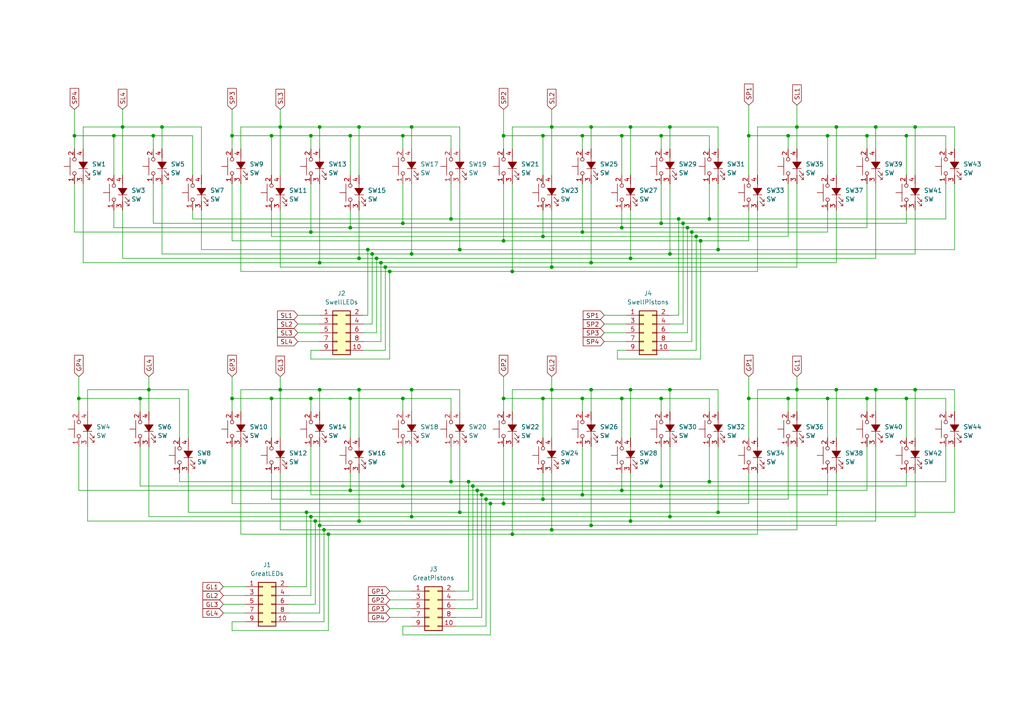
<source format=kicad_sch>
(kicad_sch (version 20230121) (generator eeschema)

  (uuid 8e83b2c6-b607-4413-997c-5d4a97b38b1d)

  (paper "A4")

  (lib_symbols
    (symbol "Connector_Generic:Conn_02x05_Odd_Even" (pin_names (offset 1.016) hide) (in_bom yes) (on_board yes)
      (property "Reference" "J" (at 1.27 7.62 0)
        (effects (font (size 1.27 1.27)))
      )
      (property "Value" "Conn_02x05_Odd_Even" (at 1.27 -7.62 0)
        (effects (font (size 1.27 1.27)))
      )
      (property "Footprint" "" (at 0 0 0)
        (effects (font (size 1.27 1.27)) hide)
      )
      (property "Datasheet" "~" (at 0 0 0)
        (effects (font (size 1.27 1.27)) hide)
      )
      (property "ki_keywords" "connector" (at 0 0 0)
        (effects (font (size 1.27 1.27)) hide)
      )
      (property "ki_description" "Generic connector, double row, 02x05, odd/even pin numbering scheme (row 1 odd numbers, row 2 even numbers), script generated (kicad-library-utils/schlib/autogen/connector/)" (at 0 0 0)
        (effects (font (size 1.27 1.27)) hide)
      )
      (property "ki_fp_filters" "Connector*:*_2x??_*" (at 0 0 0)
        (effects (font (size 1.27 1.27)) hide)
      )
      (symbol "Conn_02x05_Odd_Even_1_1"
        (rectangle (start -1.27 -4.953) (end 0 -5.207)
          (stroke (width 0.1524) (type default))
          (fill (type none))
        )
        (rectangle (start -1.27 -2.413) (end 0 -2.667)
          (stroke (width 0.1524) (type default))
          (fill (type none))
        )
        (rectangle (start -1.27 0.127) (end 0 -0.127)
          (stroke (width 0.1524) (type default))
          (fill (type none))
        )
        (rectangle (start -1.27 2.667) (end 0 2.413)
          (stroke (width 0.1524) (type default))
          (fill (type none))
        )
        (rectangle (start -1.27 5.207) (end 0 4.953)
          (stroke (width 0.1524) (type default))
          (fill (type none))
        )
        (rectangle (start -1.27 6.35) (end 3.81 -6.35)
          (stroke (width 0.254) (type default))
          (fill (type background))
        )
        (rectangle (start 3.81 -4.953) (end 2.54 -5.207)
          (stroke (width 0.1524) (type default))
          (fill (type none))
        )
        (rectangle (start 3.81 -2.413) (end 2.54 -2.667)
          (stroke (width 0.1524) (type default))
          (fill (type none))
        )
        (rectangle (start 3.81 0.127) (end 2.54 -0.127)
          (stroke (width 0.1524) (type default))
          (fill (type none))
        )
        (rectangle (start 3.81 2.667) (end 2.54 2.413)
          (stroke (width 0.1524) (type default))
          (fill (type none))
        )
        (rectangle (start 3.81 5.207) (end 2.54 4.953)
          (stroke (width 0.1524) (type default))
          (fill (type none))
        )
        (pin passive line (at -5.08 5.08 0) (length 3.81)
          (name "Pin_1" (effects (font (size 1.27 1.27))))
          (number "1" (effects (font (size 1.27 1.27))))
        )
        (pin passive line (at 7.62 -5.08 180) (length 3.81)
          (name "Pin_10" (effects (font (size 1.27 1.27))))
          (number "10" (effects (font (size 1.27 1.27))))
        )
        (pin passive line (at 7.62 5.08 180) (length 3.81)
          (name "Pin_2" (effects (font (size 1.27 1.27))))
          (number "2" (effects (font (size 1.27 1.27))))
        )
        (pin passive line (at -5.08 2.54 0) (length 3.81)
          (name "Pin_3" (effects (font (size 1.27 1.27))))
          (number "3" (effects (font (size 1.27 1.27))))
        )
        (pin passive line (at 7.62 2.54 180) (length 3.81)
          (name "Pin_4" (effects (font (size 1.27 1.27))))
          (number "4" (effects (font (size 1.27 1.27))))
        )
        (pin passive line (at -5.08 0 0) (length 3.81)
          (name "Pin_5" (effects (font (size 1.27 1.27))))
          (number "5" (effects (font (size 1.27 1.27))))
        )
        (pin passive line (at 7.62 0 180) (length 3.81)
          (name "Pin_6" (effects (font (size 1.27 1.27))))
          (number "6" (effects (font (size 1.27 1.27))))
        )
        (pin passive line (at -5.08 -2.54 0) (length 3.81)
          (name "Pin_7" (effects (font (size 1.27 1.27))))
          (number "7" (effects (font (size 1.27 1.27))))
        )
        (pin passive line (at 7.62 -2.54 180) (length 3.81)
          (name "Pin_8" (effects (font (size 1.27 1.27))))
          (number "8" (effects (font (size 1.27 1.27))))
        )
        (pin passive line (at -5.08 -5.08 0) (length 3.81)
          (name "Pin_9" (effects (font (size 1.27 1.27))))
          (number "9" (effects (font (size 1.27 1.27))))
        )
      )
    )
    (symbol "Switch:SW_Push_LED" (pin_names (offset 1.016) hide) (in_bom yes) (on_board yes)
      (property "Reference" "SW" (at 0.635 5.715 0)
        (effects (font (size 1.27 1.27)) (justify left))
      )
      (property "Value" "SW_Push_LED" (at 0 -3.175 0)
        (effects (font (size 1.27 1.27)))
      )
      (property "Footprint" "" (at 0 7.62 0)
        (effects (font (size 1.27 1.27)) hide)
      )
      (property "Datasheet" "~" (at 0 7.62 0)
        (effects (font (size 1.27 1.27)) hide)
      )
      (property "ki_keywords" "switch normally-open pushbutton push-button LED" (at 0 0 0)
        (effects (font (size 1.27 1.27)) hide)
      )
      (property "ki_description" "Push button switch with LED, generic" (at 0 0 0)
        (effects (font (size 1.27 1.27)) hide)
      )
      (symbol "SW_Push_LED_0_0"
        (polyline
          (pts
            (xy -3.81 -1.905)
            (xy -2.54 -0.635)
          )
          (stroke (width 0) (type default))
          (fill (type none))
        )
        (polyline
          (pts
            (xy -2.54 -1.905)
            (xy -1.27 -0.635)
          )
          (stroke (width 0) (type default))
          (fill (type none))
        )
        (polyline
          (pts
            (xy -2.54 0)
            (xy 2.54 0)
          )
          (stroke (width 0) (type default))
          (fill (type none))
        )
        (polyline
          (pts
            (xy -0.635 1.27)
            (xy -0.635 -1.27)
          )
          (stroke (width 0) (type default))
          (fill (type none))
        )
        (polyline
          (pts
            (xy -3.81 -1.27)
            (xy -3.81 -1.905)
            (xy -3.175 -1.905)
          )
          (stroke (width 0) (type default))
          (fill (type none))
        )
        (polyline
          (pts
            (xy -2.54 -1.27)
            (xy -2.54 -1.905)
            (xy -1.905 -1.905)
          )
          (stroke (width 0) (type default))
          (fill (type none))
        )
        (polyline
          (pts
            (xy -0.635 0)
            (xy 1.27 1.27)
            (xy 1.27 -1.27)
            (xy -0.635 0)
          )
          (stroke (width 0) (type default))
          (fill (type outline))
        )
      )
      (symbol "SW_Push_LED_0_1"
        (circle (center -2.032 2.54) (radius 0.508)
          (stroke (width 0) (type default))
          (fill (type none))
        )
        (polyline
          (pts
            (xy 0 3.81)
            (xy 0 5.588)
          )
          (stroke (width 0) (type default))
          (fill (type none))
        )
        (polyline
          (pts
            (xy 2.54 3.81)
            (xy -2.54 3.81)
          )
          (stroke (width 0) (type default))
          (fill (type none))
        )
        (circle (center 2.032 2.54) (radius 0.508)
          (stroke (width 0) (type default))
          (fill (type none))
        )
        (pin passive line (at -5.08 2.54 0) (length 2.54)
          (name "1" (effects (font (size 1.27 1.27))))
          (number "1" (effects (font (size 1.27 1.27))))
        )
        (pin passive line (at 5.08 2.54 180) (length 2.54)
          (name "2" (effects (font (size 1.27 1.27))))
          (number "2" (effects (font (size 1.27 1.27))))
        )
        (pin passive line (at -5.08 0 0) (length 2.54)
          (name "K" (effects (font (size 1.27 1.27))))
          (number "3" (effects (font (size 1.27 1.27))))
        )
        (pin passive line (at 5.08 0 180) (length 2.54)
          (name "A" (effects (font (size 1.27 1.27))))
          (number "4" (effects (font (size 1.27 1.27))))
        )
      )
    )
  )

  (junction (at 130.81 139.7) (diameter 0) (color 0 0 0 0)
    (uuid 057b7aa2-ae53-4cb6-98f2-abb559937b90)
  )
  (junction (at 95.25 154.94) (diameter 0) (color 0 0 0 0)
    (uuid 05a86b8f-3aba-42f4-9772-18fb3a6c10dd)
  )
  (junction (at 217.17 39.37) (diameter 0) (color 0 0 0 0)
    (uuid 07fbe272-b173-4673-99c8-e900372d3aa3)
  )
  (junction (at 194.31 36.83) (diameter 0) (color 0 0 0 0)
    (uuid 0976cc6d-183b-48aa-931c-91622ef56286)
  )
  (junction (at 180.34 39.37) (diameter 0) (color 0 0 0 0)
    (uuid 0ecc65da-e7e4-46b6-8e5e-f81fd3452fd9)
  )
  (junction (at 168.91 143.51) (diameter 0) (color 0 0 0 0)
    (uuid 1024f27c-c325-4c3a-a618-71fffdc23768)
  )
  (junction (at 180.34 142.24) (diameter 0) (color 0 0 0 0)
    (uuid 10c2febb-fb1e-4e94-8d0d-60e6bf59091e)
  )
  (junction (at 168.91 115.57) (diameter 0) (color 0 0 0 0)
    (uuid 11f4b57a-f7b8-47ee-81c3-a118eea8da70)
  )
  (junction (at 157.48 68.58) (diameter 0) (color 0 0 0 0)
    (uuid 12d337b0-831c-4e8c-bd93-c68b504e8206)
  )
  (junction (at 240.03 115.57) (diameter 0) (color 0 0 0 0)
    (uuid 17214d88-ab3c-495e-808f-729b1297ee98)
  )
  (junction (at 101.6 66.04) (diameter 0) (color 0 0 0 0)
    (uuid 1927edb9-e44a-453a-8ba3-3d2ac0f501af)
  )
  (junction (at 148.59 154.94) (diameter 0) (color 0 0 0 0)
    (uuid 19783d1e-465d-42a8-a0db-a5ec27ba9ccb)
  )
  (junction (at 157.48 144.78) (diameter 0) (color 0 0 0 0)
    (uuid 1a4364a8-303c-4ccd-82a5-c3c83a449704)
  )
  (junction (at 254 36.83) (diameter 0) (color 0 0 0 0)
    (uuid 1b798850-90e7-4752-9dfb-dff05e3b5753)
  )
  (junction (at 157.48 39.37) (diameter 0) (color 0 0 0 0)
    (uuid 1f11cb23-5657-4e48-936a-4004913c1355)
  )
  (junction (at 67.31 39.37) (diameter 0) (color 0 0 0 0)
    (uuid 1f81afeb-bdbc-4e3f-9190-04759377bc2a)
  )
  (junction (at 78.74 39.37) (diameter 0) (color 0 0 0 0)
    (uuid 20879d61-e026-4a05-bc45-057ca6e4d9de)
  )
  (junction (at 110.49 76.2) (diameter 0) (color 0 0 0 0)
    (uuid 21d7de0c-01f1-4c0f-8559-db95c9e2f7bd)
  )
  (junction (at 171.45 76.2) (diameter 0) (color 0 0 0 0)
    (uuid 221f4fbe-8002-48e1-9d45-211c948f94a3)
  )
  (junction (at 81.28 113.03) (diameter 0) (color 0 0 0 0)
    (uuid 22669dfd-d322-42ad-80eb-a1dd178b10db)
  )
  (junction (at 90.17 149.86) (diameter 0) (color 0 0 0 0)
    (uuid 268567bf-ccb1-4a00-86b3-7edd785b0264)
  )
  (junction (at 194.31 149.86) (diameter 0) (color 0 0 0 0)
    (uuid 29bea90d-f855-46e0-ba1a-431d712ff8c2)
  )
  (junction (at 146.05 146.05) (diameter 0) (color 0 0 0 0)
    (uuid 2dba5b27-77b1-4534-a68b-c4da0ac2a120)
  )
  (junction (at 196.85 63.5) (diameter 0) (color 0 0 0 0)
    (uuid 2e6d10b1-563a-4b0e-a9ca-b096b7e726d4)
  )
  (junction (at 168.91 67.31) (diameter 0) (color 0 0 0 0)
    (uuid 2f3ff71f-6749-4f2c-9447-fad94fd14892)
  )
  (junction (at 90.17 39.37) (diameter 0) (color 0 0 0 0)
    (uuid 2fba17bc-7607-4510-bc99-d77808dc6d13)
  )
  (junction (at 148.59 78.74) (diameter 0) (color 0 0 0 0)
    (uuid 2fdfbbeb-f3a5-4182-a58f-75f46f74e88b)
  )
  (junction (at 92.71 36.83) (diameter 0) (color 0 0 0 0)
    (uuid 335cf3e8-afdf-4e92-82dc-d9b900670d98)
  )
  (junction (at 157.48 115.57) (diameter 0) (color 0 0 0 0)
    (uuid 3369c81a-2a3e-4416-8b0c-748bf14245f0)
  )
  (junction (at 93.98 153.67) (diameter 0) (color 0 0 0 0)
    (uuid 3536b7c7-7463-46df-9992-a8705422d355)
  )
  (junction (at 67.31 115.57) (diameter 0) (color 0 0 0 0)
    (uuid 35f36df7-fe49-4fc5-80d3-1db2fbc4955a)
  )
  (junction (at 107.95 73.66) (diameter 0) (color 0 0 0 0)
    (uuid 368d9499-b870-4829-8ca0-3e03199019ac)
  )
  (junction (at 160.02 113.03) (diameter 0) (color 0 0 0 0)
    (uuid 37780a83-a579-4b97-9837-fbdc37663a4b)
  )
  (junction (at 137.16 140.97) (diameter 0) (color 0 0 0 0)
    (uuid 3de2a4a8-94e3-467e-9d14-5e3f1651b937)
  )
  (junction (at 160.02 153.67) (diameter 0) (color 0 0 0 0)
    (uuid 3f219d1d-8d51-45d1-9abe-cbe93e503f44)
  )
  (junction (at 194.31 113.03) (diameter 0) (color 0 0 0 0)
    (uuid 3f2cd479-21d4-41df-95e2-71dee9f00a75)
  )
  (junction (at 90.17 67.31) (diameter 0) (color 0 0 0 0)
    (uuid 404d5217-e630-4cf3-b7ba-1a65adff9097)
  )
  (junction (at 138.43 142.24) (diameter 0) (color 0 0 0 0)
    (uuid 40ea7fdc-b6e5-4139-b114-39c0a7e7a881)
  )
  (junction (at 182.88 113.03) (diameter 0) (color 0 0 0 0)
    (uuid 41ad829e-970d-4974-a984-f92d72d7eab3)
  )
  (junction (at 46.99 36.83) (diameter 0) (color 0 0 0 0)
    (uuid 43d83c06-8d1e-4af3-9ae8-f0a3e848cf73)
  )
  (junction (at 146.05 115.57) (diameter 0) (color 0 0 0 0)
    (uuid 442d1946-cfe3-465d-9e3f-57f78dba8d9d)
  )
  (junction (at 90.17 115.57) (diameter 0) (color 0 0 0 0)
    (uuid 468cdda8-8887-47cf-9fd1-e329fb283390)
  )
  (junction (at 262.89 115.57) (diameter 0) (color 0 0 0 0)
    (uuid 471a1878-b0ed-484c-8719-bdf32d75d5c2)
  )
  (junction (at 265.43 36.83) (diameter 0) (color 0 0 0 0)
    (uuid 48f816af-6ae4-4467-becd-04e9173131d0)
  )
  (junction (at 119.38 113.03) (diameter 0) (color 0 0 0 0)
    (uuid 4a2fa548-5cba-4619-99ee-509bbcb803a6)
  )
  (junction (at 231.14 36.83) (diameter 0) (color 0 0 0 0)
    (uuid 4a65aa41-278e-41b2-97c9-8f551b1eb84f)
  )
  (junction (at 208.28 72.39) (diameter 0) (color 0 0 0 0)
    (uuid 4b4c5b49-27c2-45cb-bc60-3ac002fa57db)
  )
  (junction (at 133.35 72.39) (diameter 0) (color 0 0 0 0)
    (uuid 4bc6937f-38ed-44ef-b199-0f6cf5787e7b)
  )
  (junction (at 265.43 113.03) (diameter 0) (color 0 0 0 0)
    (uuid 4db5cc8f-0c9e-4194-b73b-bf5df5a2bc25)
  )
  (junction (at 133.35 148.59) (diameter 0) (color 0 0 0 0)
    (uuid 4f017c4e-adba-4cdc-be46-58abefdad5bb)
  )
  (junction (at 180.34 66.04) (diameter 0) (color 0 0 0 0)
    (uuid 510e948b-1f4c-4813-9403-6647e9f2e072)
  )
  (junction (at 116.84 140.97) (diameter 0) (color 0 0 0 0)
    (uuid 51ed41f8-87b5-408a-b8a2-fcf35b2ca7f3)
  )
  (junction (at 198.12 64.77) (diameter 0) (color 0 0 0 0)
    (uuid 560e8f39-5e54-42db-83ed-40f44078d31e)
  )
  (junction (at 88.9 148.59) (diameter 0) (color 0 0 0 0)
    (uuid 56b2973f-6128-4907-a0ba-f080b9036d0b)
  )
  (junction (at 101.6 39.37) (diameter 0) (color 0 0 0 0)
    (uuid 57041570-7e7e-43e0-8b69-b884912b7ae6)
  )
  (junction (at 106.68 72.39) (diameter 0) (color 0 0 0 0)
    (uuid 5a7a6d2c-b999-4adf-8111-27f1b5194c23)
  )
  (junction (at 104.14 151.13) (diameter 0) (color 0 0 0 0)
    (uuid 60757976-5ead-4c89-9253-68a81d885e3e)
  )
  (junction (at 171.45 36.83) (diameter 0) (color 0 0 0 0)
    (uuid 61bbb9c9-3e8f-49cb-b730-f51212e8f41e)
  )
  (junction (at 116.84 64.77) (diameter 0) (color 0 0 0 0)
    (uuid 67285a3d-d611-4479-8a70-e59a83fa9756)
  )
  (junction (at 43.18 113.03) (diameter 0) (color 0 0 0 0)
    (uuid 68b6c58a-eefb-42e3-b5df-26867add89c9)
  )
  (junction (at 139.7 143.51) (diameter 0) (color 0 0 0 0)
    (uuid 6ad5a848-2491-4a8b-946a-f255d4ccb26f)
  )
  (junction (at 200.66 67.31) (diameter 0) (color 0 0 0 0)
    (uuid 6cbb5424-65e3-453d-97c7-b3272bad92c4)
  )
  (junction (at 160.02 77.47) (diameter 0) (color 0 0 0 0)
    (uuid 6d169164-750d-425c-9b40-474ef3fa9450)
  )
  (junction (at 201.93 68.58) (diameter 0) (color 0 0 0 0)
    (uuid 6eb2ed00-9aff-46e8-b9d4-c8c86e271374)
  )
  (junction (at 101.6 142.24) (diameter 0) (color 0 0 0 0)
    (uuid 6f5d1066-4671-4158-97a6-406b626f0c72)
  )
  (junction (at 182.88 151.13) (diameter 0) (color 0 0 0 0)
    (uuid 75b613a6-a4ff-4b56-a4e4-1f93b1833c24)
  )
  (junction (at 146.05 39.37) (diameter 0) (color 0 0 0 0)
    (uuid 78d1289e-f682-4cdb-b36d-5afb5905f02b)
  )
  (junction (at 81.28 36.83) (diameter 0) (color 0 0 0 0)
    (uuid 795272d9-b4bb-4a08-a0cc-1de31d02c302)
  )
  (junction (at 111.76 77.47) (diameter 0) (color 0 0 0 0)
    (uuid 7a20ee3b-a86b-4c4e-8bff-36d47354c2e2)
  )
  (junction (at 205.74 139.7) (diameter 0) (color 0 0 0 0)
    (uuid 7a6d5892-d6fc-4fad-ba55-7fc7b3879c9e)
  )
  (junction (at 119.38 36.83) (diameter 0) (color 0 0 0 0)
    (uuid 7b27f41d-91c6-4517-b46b-8ef34445ed99)
  )
  (junction (at 217.17 115.57) (diameter 0) (color 0 0 0 0)
    (uuid 7d8ec029-3828-470b-99f0-957ae50dba0c)
  )
  (junction (at 182.88 36.83) (diameter 0) (color 0 0 0 0)
    (uuid 81b96a42-e310-4799-8508-8d8962bcaacd)
  )
  (junction (at 22.86 115.57) (diameter 0) (color 0 0 0 0)
    (uuid 8589d15f-a71b-4a88-9db8-3fb1d1513def)
  )
  (junction (at 242.57 113.03) (diameter 0) (color 0 0 0 0)
    (uuid 87295064-675c-4488-96cf-eadad5bb1422)
  )
  (junction (at 44.45 39.37) (diameter 0) (color 0 0 0 0)
    (uuid 89f95924-1e16-4c57-9d7c-cb3e2f9e7915)
  )
  (junction (at 146.05 69.85) (diameter 0) (color 0 0 0 0)
    (uuid 8ae24ed4-3cca-4a56-86f3-07795b3c446c)
  )
  (junction (at 92.71 152.4) (diameter 0) (color 0 0 0 0)
    (uuid 8df3a2e7-cf05-491d-a203-e20ba7d4fb24)
  )
  (junction (at 191.77 64.77) (diameter 0) (color 0 0 0 0)
    (uuid 91035452-2ac3-416b-a438-a80913d6f75a)
  )
  (junction (at 205.74 63.5) (diameter 0) (color 0 0 0 0)
    (uuid 92a5cadd-cc79-4efb-850e-44c19bbabd4f)
  )
  (junction (at 116.84 115.57) (diameter 0) (color 0 0 0 0)
    (uuid 96fb1356-e6b6-4dc7-acfb-508bd6b6df3f)
  )
  (junction (at 208.28 148.59) (diameter 0) (color 0 0 0 0)
    (uuid 9e30fcf8-7992-491b-ae44-c1fcd58e3651)
  )
  (junction (at 254 113.03) (diameter 0) (color 0 0 0 0)
    (uuid 9f07d7e5-e2c5-4345-a222-6af2118354e6)
  )
  (junction (at 199.39 66.04) (diameter 0) (color 0 0 0 0)
    (uuid 9fcbf3e2-95e4-4711-bdf6-0628abfae40b)
  )
  (junction (at 33.02 39.37) (diameter 0) (color 0 0 0 0)
    (uuid a47de95c-8b88-425b-a07c-773b24e03834)
  )
  (junction (at 109.22 74.93) (diameter 0) (color 0 0 0 0)
    (uuid a8b35ff4-5826-4d5b-b9cb-d34a21714ce9)
  )
  (junction (at 231.14 113.03) (diameter 0) (color 0 0 0 0)
    (uuid a9fae701-ba5c-40dc-881f-38e1b621c1d7)
  )
  (junction (at 203.2 69.85) (diameter 0) (color 0 0 0 0)
    (uuid aad52da6-0ab8-4489-8cdc-2a84be4c64e8)
  )
  (junction (at 228.6 115.57) (diameter 0) (color 0 0 0 0)
    (uuid acb2ad26-ec3a-421c-9aa3-ee0ecdb91c71)
  )
  (junction (at 168.91 39.37) (diameter 0) (color 0 0 0 0)
    (uuid acc7c04d-5f22-4263-85be-d77233f9ba85)
  )
  (junction (at 113.03 78.74) (diameter 0) (color 0 0 0 0)
    (uuid b0eef701-e747-4f7a-98fa-5049c8974a05)
  )
  (junction (at 251.46 115.57) (diameter 0) (color 0 0 0 0)
    (uuid b165e391-6129-4085-91ab-bcc7cfe77de7)
  )
  (junction (at 240.03 39.37) (diameter 0) (color 0 0 0 0)
    (uuid b208eae6-fea4-49d5-9e08-4a853f6da169)
  )
  (junction (at 35.56 36.83) (diameter 0) (color 0 0 0 0)
    (uuid b32d3ec6-8a44-4019-911f-6b43e2dfaf3c)
  )
  (junction (at 182.88 74.93) (diameter 0) (color 0 0 0 0)
    (uuid b34093f6-12c6-4ea8-b563-47281e5c29b5)
  )
  (junction (at 142.24 146.05) (diameter 0) (color 0 0 0 0)
    (uuid b5172193-345d-4606-9545-837dab55b7ee)
  )
  (junction (at 21.59 39.37) (diameter 0) (color 0 0 0 0)
    (uuid b637c0d1-5ba5-4ece-ae61-d047dd711197)
  )
  (junction (at 104.14 74.93) (diameter 0) (color 0 0 0 0)
    (uuid b73e92d5-660b-4fbb-b14f-a6cb63fd45e3)
  )
  (junction (at 180.34 115.57) (diameter 0) (color 0 0 0 0)
    (uuid bbb2ca65-9bf0-4d95-a2ea-116d7dde9759)
  )
  (junction (at 160.02 36.83) (diameter 0) (color 0 0 0 0)
    (uuid bece5cb0-7d5b-4750-a159-2c1483ce0024)
  )
  (junction (at 101.6 115.57) (diameter 0) (color 0 0 0 0)
    (uuid bfa3535a-64dd-4c18-84d1-7b554beac59d)
  )
  (junction (at 91.44 151.13) (diameter 0) (color 0 0 0 0)
    (uuid c1b4d602-98d2-4cf3-a952-738e91c548f7)
  )
  (junction (at 130.81 63.5) (diameter 0) (color 0 0 0 0)
    (uuid c1e0f5c6-2ee6-400d-93bd-16dde647577f)
  )
  (junction (at 251.46 39.37) (diameter 0) (color 0 0 0 0)
    (uuid c751836d-3662-4e6e-96cd-1b1544a7acf0)
  )
  (junction (at 242.57 36.83) (diameter 0) (color 0 0 0 0)
    (uuid ca594779-7cc0-472b-9f13-9311688aa5b1)
  )
  (junction (at 171.45 113.03) (diameter 0) (color 0 0 0 0)
    (uuid cbecb571-15d6-4973-9467-26a8605c6c3b)
  )
  (junction (at 78.74 115.57) (diameter 0) (color 0 0 0 0)
    (uuid cd0a55cf-999f-4082-995f-6ee7116a8143)
  )
  (junction (at 191.77 115.57) (diameter 0) (color 0 0 0 0)
    (uuid d2e5a040-7ef8-4900-8cf3-a1e04c1f72b4)
  )
  (junction (at 40.64 115.57) (diameter 0) (color 0 0 0 0)
    (uuid d433868b-3b0a-45de-b8e5-87b7da68c4b3)
  )
  (junction (at 119.38 73.66) (diameter 0) (color 0 0 0 0)
    (uuid d76cd9e8-62c5-4d35-a5af-c911eebfe71d)
  )
  (junction (at 228.6 39.37) (diameter 0) (color 0 0 0 0)
    (uuid d7ef2fb5-6c9e-4aa5-bc3d-09af76661db8)
  )
  (junction (at 191.77 140.97) (diameter 0) (color 0 0 0 0)
    (uuid daeed4eb-2f43-4dd2-bf8c-4e8da1bf9af5)
  )
  (junction (at 191.77 39.37) (diameter 0) (color 0 0 0 0)
    (uuid dea00e2b-89fc-4e9c-bc94-cf5ac5dbe940)
  )
  (junction (at 140.97 144.78) (diameter 0) (color 0 0 0 0)
    (uuid e496b1a4-fed6-489e-becf-81178468ab3e)
  )
  (junction (at 194.31 73.66) (diameter 0) (color 0 0 0 0)
    (uuid e4a6e2ba-3daa-4ad2-9052-9a1230fea082)
  )
  (junction (at 104.14 36.83) (diameter 0) (color 0 0 0 0)
    (uuid e5a96fb8-c55a-4ec7-8712-71a51c10d594)
  )
  (junction (at 116.84 39.37) (diameter 0) (color 0 0 0 0)
    (uuid ea834a87-4869-4289-935d-f5d3ef70e977)
  )
  (junction (at 92.71 113.03) (diameter 0) (color 0 0 0 0)
    (uuid f02ea022-1cd2-4ea2-a768-8fb047cfe588)
  )
  (junction (at 171.45 152.4) (diameter 0) (color 0 0 0 0)
    (uuid f1f39a51-cb0c-4dde-84cc-6e2ab29ed5e0)
  )
  (junction (at 92.71 76.2) (diameter 0) (color 0 0 0 0)
    (uuid f3d6a7bb-aba0-4b3b-a3cb-cbe2a6c2298a)
  )
  (junction (at 262.89 39.37) (diameter 0) (color 0 0 0 0)
    (uuid f3e7807a-7c5d-46d3-b061-392dfc5fbbae)
  )
  (junction (at 104.14 113.03) (diameter 0) (color 0 0 0 0)
    (uuid f8247441-5337-4d5b-9f27-edebed3a69a2)
  )
  (junction (at 135.89 139.7) (diameter 0) (color 0 0 0 0)
    (uuid fb0e3239-5b4a-4e62-bc83-7aa8b0b425e2)
  )
  (junction (at 119.38 149.86) (diameter 0) (color 0 0 0 0)
    (uuid ffcd6110-dc41-4a9d-a0ee-7845b35dc19f)
  )

  (wire (pts (xy 93.98 153.67) (xy 160.02 153.67))
    (stroke (width 0) (type default))
    (uuid 00200a00-1acd-481d-8b22-3e0e402f798b)
  )
  (wire (pts (xy 265.43 149.86) (xy 194.31 149.86))
    (stroke (width 0) (type default))
    (uuid 005da8df-741a-4054-a4b8-c9e3a2a02ef2)
  )
  (wire (pts (xy 242.57 36.83) (xy 231.14 36.83))
    (stroke (width 0) (type default))
    (uuid 00f5b2a1-f7a2-48b9-9f86-e8340043d29e)
  )
  (wire (pts (xy 231.14 30.48) (xy 231.14 36.83))
    (stroke (width 0) (type default))
    (uuid 01397855-562a-4ca4-b946-1b1c8a82671a)
  )
  (wire (pts (xy 265.43 113.03) (xy 265.43 127))
    (stroke (width 0) (type default))
    (uuid 017af678-fd3c-4309-852a-787ef2f2c9bb)
  )
  (wire (pts (xy 182.88 60.96) (xy 182.88 74.93))
    (stroke (width 0) (type default))
    (uuid 020f1643-56b1-4214-9afa-32ac0a5087b7)
  )
  (wire (pts (xy 240.03 60.96) (xy 240.03 67.31))
    (stroke (width 0) (type default))
    (uuid 0218cc35-15fe-4691-887f-b7506c5f996a)
  )
  (wire (pts (xy 101.6 127) (xy 101.6 115.57))
    (stroke (width 0) (type default))
    (uuid 02324eed-abac-4af7-a85f-6be78423728e)
  )
  (wire (pts (xy 55.88 39.37) (xy 44.45 39.37))
    (stroke (width 0) (type default))
    (uuid 02bb7c9b-e9f7-4167-9b9d-c3ea9d306e9f)
  )
  (wire (pts (xy 58.42 72.39) (xy 106.68 72.39))
    (stroke (width 0) (type default))
    (uuid 059a22de-0cd0-4270-b992-f590d838709d)
  )
  (wire (pts (xy 44.45 53.34) (xy 44.45 64.77))
    (stroke (width 0) (type default))
    (uuid 05ef85b7-648d-4fd3-aa0a-8253450fa944)
  )
  (wire (pts (xy 81.28 109.22) (xy 81.28 113.03))
    (stroke (width 0) (type default))
    (uuid 063769d3-a7b5-41a7-a950-1badcc58675e)
  )
  (wire (pts (xy 104.14 113.03) (xy 92.71 113.03))
    (stroke (width 0) (type default))
    (uuid 07ca9462-7974-47d4-912b-bcce560eac49)
  )
  (wire (pts (xy 135.89 139.7) (xy 205.74 139.7))
    (stroke (width 0) (type default))
    (uuid 07d94d54-3d2f-4270-90c2-16165a74a44a)
  )
  (wire (pts (xy 67.31 39.37) (xy 78.74 39.37))
    (stroke (width 0) (type default))
    (uuid 088a4ade-f983-47b2-b9fb-2e52524025af)
  )
  (wire (pts (xy 168.91 115.57) (xy 180.34 115.57))
    (stroke (width 0) (type default))
    (uuid 09321b2e-b46f-47e6-82ad-1c881ab9a2b6)
  )
  (wire (pts (xy 180.34 66.04) (xy 199.39 66.04))
    (stroke (width 0) (type default))
    (uuid 0a10aa70-283b-4295-8bc4-a0a42e05ae69)
  )
  (wire (pts (xy 254 36.83) (xy 254 43.18))
    (stroke (width 0) (type default))
    (uuid 0a34bc99-a3e9-4f58-ac01-e88ed639371a)
  )
  (wire (pts (xy 119.38 113.03) (xy 104.14 113.03))
    (stroke (width 0) (type default))
    (uuid 0add7e85-fcc9-4892-aafd-0882225c696b)
  )
  (wire (pts (xy 21.59 67.31) (xy 90.17 67.31))
    (stroke (width 0) (type default))
    (uuid 0b3c973a-5e55-4e55-917a-77fe49c798bb)
  )
  (wire (pts (xy 132.08 179.07) (xy 139.7 179.07))
    (stroke (width 0) (type default))
    (uuid 0b4347fc-4bfb-48f7-ab94-d3bf1f37bb8e)
  )
  (wire (pts (xy 148.59 154.94) (xy 148.59 129.54))
    (stroke (width 0) (type default))
    (uuid 0b457c99-41a4-4a4d-8490-7d0fb6224713)
  )
  (wire (pts (xy 101.6 39.37) (xy 116.84 39.37))
    (stroke (width 0) (type default))
    (uuid 0ca70a52-bbe9-46c0-aa2b-76e37edc351b)
  )
  (wire (pts (xy 22.86 142.24) (xy 101.6 142.24))
    (stroke (width 0) (type default))
    (uuid 0d26270a-4b0e-482d-9bad-a94b6ed42936)
  )
  (wire (pts (xy 196.85 91.44) (xy 196.85 63.5))
    (stroke (width 0) (type default))
    (uuid 0d3318c8-9dc7-4bb1-bc48-683b8082d792)
  )
  (wire (pts (xy 90.17 172.72) (xy 90.17 149.86))
    (stroke (width 0) (type default))
    (uuid 0d6537d1-c1c4-4aed-ac06-953d84c4f4e7)
  )
  (wire (pts (xy 276.86 53.34) (xy 276.86 72.39))
    (stroke (width 0) (type default))
    (uuid 0de300f2-9a45-477b-bdfc-98949f5f5e34)
  )
  (wire (pts (xy 205.74 39.37) (xy 191.77 39.37))
    (stroke (width 0) (type default))
    (uuid 0efbcc74-311b-456d-adf5-c6f2fadf6a27)
  )
  (wire (pts (xy 276.86 113.03) (xy 265.43 113.03))
    (stroke (width 0) (type default))
    (uuid 0f6c75fa-c76a-4eaa-9d33-65b8deaf71ce)
  )
  (wire (pts (xy 67.31 31.75) (xy 67.31 39.37))
    (stroke (width 0) (type default))
    (uuid 0f7634dc-43e6-475d-8dd7-fb0adce59fed)
  )
  (wire (pts (xy 133.35 72.39) (xy 208.28 72.39))
    (stroke (width 0) (type default))
    (uuid 0f8c549f-86f0-45f7-9b22-c0dbc498705f)
  )
  (wire (pts (xy 168.91 53.34) (xy 168.91 67.31))
    (stroke (width 0) (type default))
    (uuid 0fdbe457-2e18-4a39-aadc-9689a483e037)
  )
  (wire (pts (xy 67.31 115.57) (xy 78.74 115.57))
    (stroke (width 0) (type default))
    (uuid 110237b3-07b2-4e50-858f-9740a33bc3e8)
  )
  (wire (pts (xy 160.02 36.83) (xy 160.02 50.8))
    (stroke (width 0) (type default))
    (uuid 112126f0-8696-4e47-899d-cad37af2374c)
  )
  (wire (pts (xy 182.88 36.83) (xy 171.45 36.83))
    (stroke (width 0) (type default))
    (uuid 11799bae-8d69-4eda-a0a6-2d9a268bb2ff)
  )
  (wire (pts (xy 217.17 60.96) (xy 217.17 69.85))
    (stroke (width 0) (type default))
    (uuid 11b46584-0784-446f-bba2-8ef1dd4a4710)
  )
  (wire (pts (xy 105.41 96.52) (xy 109.22 96.52))
    (stroke (width 0) (type default))
    (uuid 12ad21e3-868b-4bbd-b57e-cb741a3bc8fe)
  )
  (wire (pts (xy 146.05 53.34) (xy 146.05 69.85))
    (stroke (width 0) (type default))
    (uuid 13f5860a-e91e-497e-8d99-d423f8f56f75)
  )
  (wire (pts (xy 205.74 63.5) (xy 205.74 53.34))
    (stroke (width 0) (type default))
    (uuid 140302d8-8bf0-4db1-8c41-b5a6784e41ac)
  )
  (wire (pts (xy 88.9 148.59) (xy 88.9 170.18))
    (stroke (width 0) (type default))
    (uuid 146d5ac5-91c1-4c98-a9b6-3d569f0ee800)
  )
  (wire (pts (xy 146.05 69.85) (xy 203.2 69.85))
    (stroke (width 0) (type default))
    (uuid 14d9200e-b593-4ee6-b0c7-175c748ff6b9)
  )
  (wire (pts (xy 44.45 39.37) (xy 44.45 43.18))
    (stroke (width 0) (type default))
    (uuid 15e67ce3-e1c0-4d1d-8731-41d9dcef8bbc)
  )
  (wire (pts (xy 180.34 115.57) (xy 191.77 115.57))
    (stroke (width 0) (type default))
    (uuid 15eb8e2f-b863-4b4b-b38d-615884fbcad8)
  )
  (wire (pts (xy 35.56 36.83) (xy 24.13 36.83))
    (stroke (width 0) (type default))
    (uuid 160729c2-2a49-42dc-8360-200361041a78)
  )
  (wire (pts (xy 194.31 101.6) (xy 201.93 101.6))
    (stroke (width 0) (type default))
    (uuid 16abb892-1d35-427f-bc02-f100ea7a6c15)
  )
  (wire (pts (xy 137.16 173.99) (xy 137.16 140.97))
    (stroke (width 0) (type default))
    (uuid 16c2818e-471b-471a-99e2-84130f88c7bd)
  )
  (wire (pts (xy 171.45 152.4) (xy 171.45 129.54))
    (stroke (width 0) (type default))
    (uuid 17543f04-47aa-45fc-8fa3-c7734525576f)
  )
  (wire (pts (xy 191.77 115.57) (xy 191.77 119.38))
    (stroke (width 0) (type default))
    (uuid 19b8dc97-138f-4774-883f-c005e3ad5926)
  )
  (wire (pts (xy 104.14 113.03) (xy 104.14 127))
    (stroke (width 0) (type default))
    (uuid 19c2edee-00d1-4b7a-a6c7-bf3a2d5fcd89)
  )
  (wire (pts (xy 254 113.03) (xy 242.57 113.03))
    (stroke (width 0) (type default))
    (uuid 19d61b4d-dce9-4978-9255-4cdd9ce7182d)
  )
  (wire (pts (xy 92.71 113.03) (xy 92.71 119.38))
    (stroke (width 0) (type default))
    (uuid 1ad0f39b-6352-473d-9bf9-30b4be81b307)
  )
  (wire (pts (xy 254 36.83) (xy 242.57 36.83))
    (stroke (width 0) (type default))
    (uuid 1ad8f188-2bbd-4a6d-9a2d-24c7570f1f01)
  )
  (wire (pts (xy 240.03 39.37) (xy 240.03 50.8))
    (stroke (width 0) (type default))
    (uuid 1b518bbc-0af8-41ef-9112-a39586a7aaf6)
  )
  (wire (pts (xy 168.91 39.37) (xy 180.34 39.37))
    (stroke (width 0) (type default))
    (uuid 1c55e97f-5d62-4f00-89c9-6fe7eb93ae18)
  )
  (wire (pts (xy 21.59 43.18) (xy 21.59 39.37))
    (stroke (width 0) (type default))
    (uuid 1e903141-cdaf-4e1a-9e3e-50d0383d03c9)
  )
  (wire (pts (xy 83.82 170.18) (xy 88.9 170.18))
    (stroke (width 0) (type default))
    (uuid 1efdea40-ea23-47d1-b978-357fd0088eb7)
  )
  (wire (pts (xy 33.02 66.04) (xy 101.6 66.04))
    (stroke (width 0) (type default))
    (uuid 201f0888-7c99-42c7-b4c4-f6af7bc0d39a)
  )
  (wire (pts (xy 180.34 60.96) (xy 180.34 66.04))
    (stroke (width 0) (type default))
    (uuid 209806d6-28f4-498f-86b8-41cc49faeb43)
  )
  (wire (pts (xy 113.03 171.45) (xy 119.38 171.45))
    (stroke (width 0) (type default))
    (uuid 20cdb426-e784-4979-b120-a4f96726aa6c)
  )
  (wire (pts (xy 78.74 39.37) (xy 90.17 39.37))
    (stroke (width 0) (type default))
    (uuid 2101972d-b531-42d2-b467-5fd1a73c985a)
  )
  (wire (pts (xy 113.03 78.74) (xy 148.59 78.74))
    (stroke (width 0) (type default))
    (uuid 2121c0b2-2456-41ff-b0e9-401be3955994)
  )
  (wire (pts (xy 33.02 39.37) (xy 33.02 50.8))
    (stroke (width 0) (type default))
    (uuid 216ebe23-62f2-411d-acc5-924056494ec5)
  )
  (wire (pts (xy 78.74 144.78) (xy 78.74 137.16))
    (stroke (width 0) (type default))
    (uuid 216fad80-4386-42d3-9337-0a09528631c5)
  )
  (wire (pts (xy 71.12 180.34) (xy 67.31 180.34))
    (stroke (width 0) (type default))
    (uuid 2174dcae-b921-45ab-8c9b-f642a06a2bfb)
  )
  (wire (pts (xy 116.84 115.57) (xy 116.84 119.38))
    (stroke (width 0) (type default))
    (uuid 21e170fd-cab4-4909-948f-506999cda285)
  )
  (wire (pts (xy 86.36 91.44) (xy 92.71 91.44))
    (stroke (width 0) (type default))
    (uuid 2212394d-9d9d-44b5-8c22-e569f642a710)
  )
  (wire (pts (xy 171.45 113.03) (xy 160.02 113.03))
    (stroke (width 0) (type default))
    (uuid 22d96de9-2406-4c0a-8388-43953e81f141)
  )
  (wire (pts (xy 25.4 151.13) (xy 91.44 151.13))
    (stroke (width 0) (type default))
    (uuid 2329aa10-ace4-49f9-9f89-2a8733a9e5e3)
  )
  (wire (pts (xy 33.02 60.96) (xy 33.02 66.04))
    (stroke (width 0) (type default))
    (uuid 245747ea-5e7b-4838-a48f-2b702170721e)
  )
  (wire (pts (xy 52.07 127) (xy 52.07 115.57))
    (stroke (width 0) (type default))
    (uuid 25ab8ece-7e4f-428f-9f5a-c7bec6d8dea9)
  )
  (wire (pts (xy 40.64 115.57) (xy 40.64 119.38))
    (stroke (width 0) (type default))
    (uuid 25b4be9c-d0cf-456e-9802-b79749ce6eee)
  )
  (wire (pts (xy 175.26 93.98) (xy 181.61 93.98))
    (stroke (width 0) (type default))
    (uuid 25b9a128-bbe2-4355-888e-0efddcafde87)
  )
  (wire (pts (xy 111.76 101.6) (xy 111.76 77.47))
    (stroke (width 0) (type default))
    (uuid 268695a1-79e1-4c60-a4e3-8a55dce8493b)
  )
  (wire (pts (xy 262.89 115.57) (xy 251.46 115.57))
    (stroke (width 0) (type default))
    (uuid 295f02ca-af84-4c1c-b203-065c26a6e8fc)
  )
  (wire (pts (xy 104.14 151.13) (xy 182.88 151.13))
    (stroke (width 0) (type default))
    (uuid 2a0b1822-42bc-44ab-bb62-46aff9508126)
  )
  (wire (pts (xy 274.32 115.57) (xy 262.89 115.57))
    (stroke (width 0) (type default))
    (uuid 2a6a0c25-b4ee-45ae-8c07-326e8d9d7576)
  )
  (wire (pts (xy 24.13 53.34) (xy 24.13 76.2))
    (stroke (width 0) (type default))
    (uuid 2ae90a04-4549-4813-acfe-134386393873)
  )
  (wire (pts (xy 191.77 140.97) (xy 137.16 140.97))
    (stroke (width 0) (type default))
    (uuid 2b0384ce-a7b3-4e86-83ed-d6b9ab53fed3)
  )
  (wire (pts (xy 81.28 36.83) (xy 81.28 50.8))
    (stroke (width 0) (type default))
    (uuid 2b46181e-0765-4a5c-9ace-e37a389725cc)
  )
  (wire (pts (xy 55.88 50.8) (xy 55.88 39.37))
    (stroke (width 0) (type default))
    (uuid 2bffbdbe-0a54-4894-a3d9-e5a1868f1897)
  )
  (wire (pts (xy 208.28 72.39) (xy 208.28 53.34))
    (stroke (width 0) (type default))
    (uuid 2c1e2ff7-f129-482e-9e27-8baa3d75256b)
  )
  (wire (pts (xy 182.88 36.83) (xy 182.88 50.8))
    (stroke (width 0) (type default))
    (uuid 2c7d7634-55b2-4ef6-810c-5725a6eabf3f)
  )
  (wire (pts (xy 168.91 67.31) (xy 200.66 67.31))
    (stroke (width 0) (type default))
    (uuid 2d2134a6-6058-43dc-9cab-b5cbc6f9263b)
  )
  (wire (pts (xy 194.31 93.98) (xy 198.12 93.98))
    (stroke (width 0) (type default))
    (uuid 2d643630-9d46-499e-ba5b-99854f700065)
  )
  (wire (pts (xy 64.77 177.8) (xy 71.12 177.8))
    (stroke (width 0) (type default))
    (uuid 2ee973a0-0d28-4992-a33b-e6c08951359d)
  )
  (wire (pts (xy 119.38 53.34) (xy 119.38 73.66))
    (stroke (width 0) (type default))
    (uuid 2f195c68-5885-4eff-a1c6-14e8e9719d5a)
  )
  (wire (pts (xy 182.88 137.16) (xy 182.88 151.13))
    (stroke (width 0) (type default))
    (uuid 2f58e8b3-181d-47da-913c-666265d281ab)
  )
  (wire (pts (xy 81.28 77.47) (xy 111.76 77.47))
    (stroke (width 0) (type default))
    (uuid 30be5cc2-6be4-46a9-8b93-9fc043a1a5e2)
  )
  (wire (pts (xy 228.6 144.78) (xy 157.48 144.78))
    (stroke (width 0) (type default))
    (uuid 30d47eb0-95fd-40e7-b64a-158bc24f42ed)
  )
  (wire (pts (xy 262.89 39.37) (xy 251.46 39.37))
    (stroke (width 0) (type default))
    (uuid 314c28b4-4682-47c8-b18c-d24a4a22c686)
  )
  (wire (pts (xy 110.49 99.06) (xy 110.49 76.2))
    (stroke (width 0) (type default))
    (uuid 321e142f-1def-42ff-a4d7-724ba2a9729a)
  )
  (wire (pts (xy 91.44 175.26) (xy 91.44 151.13))
    (stroke (width 0) (type default))
    (uuid 3291cad0-0941-4e5e-85e5-8bf2b9e2bcc7)
  )
  (wire (pts (xy 217.17 39.37) (xy 217.17 50.8))
    (stroke (width 0) (type default))
    (uuid 338589dd-cbe0-4fbd-9f13-e7dc8c3fa6db)
  )
  (wire (pts (xy 101.6 50.8) (xy 101.6 39.37))
    (stroke (width 0) (type default))
    (uuid 343e3d4d-3e98-4ed9-a9ba-891aca15c2b4)
  )
  (wire (pts (xy 251.46 53.34) (xy 251.46 66.04))
    (stroke (width 0) (type default))
    (uuid 35a65741-b8c6-44fa-b7c4-3b0f20624e85)
  )
  (wire (pts (xy 242.57 137.16) (xy 242.57 152.4))
    (stroke (width 0) (type default))
    (uuid 372decfc-aeed-432b-ad0d-bc0c48acb2b3)
  )
  (wire (pts (xy 130.81 43.18) (xy 130.81 39.37))
    (stroke (width 0) (type default))
    (uuid 37cb9957-41a8-4e10-af5c-41855bdb9916)
  )
  (wire (pts (xy 55.88 60.96) (xy 55.88 63.5))
    (stroke (width 0) (type default))
    (uuid 3919802b-2ec2-4b40-bbe1-79165ad9d19c)
  )
  (wire (pts (xy 139.7 143.51) (xy 90.17 143.51))
    (stroke (width 0) (type default))
    (uuid 39d104f9-1c8f-4eae-ba72-2ef6def31c9a)
  )
  (wire (pts (xy 201.93 101.6) (xy 201.93 68.58))
    (stroke (width 0) (type default))
    (uuid 39ddc9a6-419e-4273-8e81-bb42ac70317b)
  )
  (wire (pts (xy 219.71 50.8) (xy 219.71 36.83))
    (stroke (width 0) (type default))
    (uuid 3a81ccd1-62ce-4f3a-96be-630c93c9cdb0)
  )
  (wire (pts (xy 64.77 175.26) (xy 71.12 175.26))
    (stroke (width 0) (type default))
    (uuid 3ab76a5f-379c-4bf2-bee6-fd06a3f2d553)
  )
  (wire (pts (xy 219.71 78.74) (xy 148.59 78.74))
    (stroke (width 0) (type default))
    (uuid 3cc4514d-e1f6-4971-a80d-f22836cc33d2)
  )
  (wire (pts (xy 22.86 115.57) (xy 40.64 115.57))
    (stroke (width 0) (type default))
    (uuid 3d02da08-c8fb-4d3f-b7dd-7753f3c93763)
  )
  (wire (pts (xy 142.24 146.05) (xy 67.31 146.05))
    (stroke (width 0) (type default))
    (uuid 3d6ac1fd-8768-4d74-b509-6f28e1ca1ca4)
  )
  (wire (pts (xy 142.24 184.15) (xy 142.24 146.05))
    (stroke (width 0) (type default))
    (uuid 3db89240-c72f-40ff-a518-c6bb95485d14)
  )
  (wire (pts (xy 109.22 96.52) (xy 109.22 74.93))
    (stroke (width 0) (type default))
    (uuid 3e5045a1-4ddf-411d-bd06-de7c3a3078fc)
  )
  (wire (pts (xy 274.32 139.7) (xy 205.74 139.7))
    (stroke (width 0) (type default))
    (uuid 3ea147bf-d4df-4e8b-a487-c256a55cf13e)
  )
  (wire (pts (xy 146.05 119.38) (xy 146.05 115.57))
    (stroke (width 0) (type default))
    (uuid 3f4c915f-a91a-4ac9-8794-9862559c5154)
  )
  (wire (pts (xy 69.85 36.83) (xy 69.85 43.18))
    (stroke (width 0) (type default))
    (uuid 40776bd2-8af2-4f5b-9794-1bd2de901b0c)
  )
  (wire (pts (xy 179.07 104.14) (xy 203.2 104.14))
    (stroke (width 0) (type default))
    (uuid 40ca337f-5c4c-4d10-a85c-5588af57ca96)
  )
  (wire (pts (xy 262.89 137.16) (xy 262.89 140.97))
    (stroke (width 0) (type default))
    (uuid 40f7d096-c951-48cc-b669-7899e771ec6a)
  )
  (wire (pts (xy 231.14 109.22) (xy 231.14 113.03))
    (stroke (width 0) (type default))
    (uuid 4120f019-1276-491c-96f3-4bb41a5e69be)
  )
  (wire (pts (xy 133.35 148.59) (xy 208.28 148.59))
    (stroke (width 0) (type default))
    (uuid 4219840f-eb7b-49b9-9d44-9dc378987c77)
  )
  (wire (pts (xy 113.03 176.53) (xy 119.38 176.53))
    (stroke (width 0) (type default))
    (uuid 431cb883-18e6-4d6b-8a97-be94a3ed306e)
  )
  (wire (pts (xy 104.14 74.93) (xy 109.22 74.93))
    (stroke (width 0) (type default))
    (uuid 44c4731c-bbed-4eef-9e11-959583c71c0c)
  )
  (wire (pts (xy 171.45 36.83) (xy 160.02 36.83))
    (stroke (width 0) (type default))
    (uuid 4514539a-1516-4611-9483-e1e3a63a12cb)
  )
  (wire (pts (xy 242.57 60.96) (xy 242.57 76.2))
    (stroke (width 0) (type default))
    (uuid 454884f0-3fb6-44a8-be8b-e8b40e040b8e)
  )
  (wire (pts (xy 200.66 67.31) (xy 240.03 67.31))
    (stroke (width 0) (type default))
    (uuid 454feec9-84a3-4761-9ea4-a8558dd44537)
  )
  (wire (pts (xy 228.6 43.18) (xy 228.6 39.37))
    (stroke (width 0) (type default))
    (uuid 48439a5b-e389-48d8-a3eb-1c3521c53521)
  )
  (wire (pts (xy 146.05 109.22) (xy 146.05 115.57))
    (stroke (width 0) (type default))
    (uuid 486e85a2-0e02-4718-86d5-4f03347c7554)
  )
  (wire (pts (xy 88.9 148.59) (xy 133.35 148.59))
    (stroke (width 0) (type default))
    (uuid 48ccd364-921d-4e21-bac6-c2006d486c0c)
  )
  (wire (pts (xy 69.85 154.94) (xy 95.25 154.94))
    (stroke (width 0) (type default))
    (uuid 4a9dae44-e6d9-47de-ae40-f7d0b6ec59f0)
  )
  (wire (pts (xy 92.71 129.54) (xy 92.71 152.4))
    (stroke (width 0) (type default))
    (uuid 4aabad99-a6e2-446f-ac6f-4294e51fa8a4)
  )
  (wire (pts (xy 265.43 36.83) (xy 265.43 50.8))
    (stroke (width 0) (type default))
    (uuid 4aba557e-f424-425c-8d1b-5e79e859777b)
  )
  (wire (pts (xy 171.45 36.83) (xy 171.45 43.18))
    (stroke (width 0) (type default))
    (uuid 4b296676-8f17-4b54-b828-5369491cc3c6)
  )
  (wire (pts (xy 168.91 43.18) (xy 168.91 39.37))
    (stroke (width 0) (type default))
    (uuid 4b76c0c2-6fdb-441e-9150-29bd97dce806)
  )
  (wire (pts (xy 33.02 39.37) (xy 44.45 39.37))
    (stroke (width 0) (type default))
    (uuid 4bb6b63b-dd28-49cb-ba4b-3812c681edab)
  )
  (wire (pts (xy 194.31 91.44) (xy 196.85 91.44))
    (stroke (width 0) (type default))
    (uuid 4cc99288-4e48-4385-9686-39fe47557442)
  )
  (wire (pts (xy 130.81 129.54) (xy 130.81 139.7))
    (stroke (width 0) (type default))
    (uuid 4d0aa857-51a9-4d8e-b578-a06ed9dcef2f)
  )
  (wire (pts (xy 262.89 60.96) (xy 262.89 64.77))
    (stroke (width 0) (type default))
    (uuid 4dd35fb9-ae01-4343-bc3b-3abd1c9a4b97)
  )
  (wire (pts (xy 148.59 43.18) (xy 148.59 36.83))
    (stroke (width 0) (type default))
    (uuid 4e0182c2-b5ef-4728-abfc-a886eff8141b)
  )
  (wire (pts (xy 217.17 109.22) (xy 217.17 115.57))
    (stroke (width 0) (type default))
    (uuid 4e9d085b-ee6b-4330-acb9-1eb93f1e294c)
  )
  (wire (pts (xy 146.05 31.75) (xy 146.05 39.37))
    (stroke (width 0) (type default))
    (uuid 4ea873da-ba49-4ad1-a61a-405155e1b40c)
  )
  (wire (pts (xy 157.48 60.96) (xy 157.48 68.58))
    (stroke (width 0) (type default))
    (uuid 4f1b7a7e-78f1-4197-9ab1-658f652f58eb)
  )
  (wire (pts (xy 55.88 63.5) (xy 130.81 63.5))
    (stroke (width 0) (type default))
    (uuid 4f4c0a70-a259-4b6a-bd7d-9869caea71b6)
  )
  (wire (pts (xy 265.43 73.66) (xy 194.31 73.66))
    (stroke (width 0) (type default))
    (uuid 4f80ba80-6623-4054-96ee-c37747755a75)
  )
  (wire (pts (xy 119.38 181.61) (xy 116.84 181.61))
    (stroke (width 0) (type default))
    (uuid 50538903-5eb2-4be4-98e7-e6ccdf5f4f80)
  )
  (wire (pts (xy 265.43 137.16) (xy 265.43 149.86))
    (stroke (width 0) (type default))
    (uuid 50b75c90-ec6a-4ac9-9b76-5d232f1cd4c4)
  )
  (wire (pts (xy 92.71 36.83) (xy 81.28 36.83))
    (stroke (width 0) (type default))
    (uuid 510fa214-597a-4aac-81ff-ee5ccc6667fa)
  )
  (wire (pts (xy 196.85 63.5) (xy 205.74 63.5))
    (stroke (width 0) (type default))
    (uuid 5130ee68-7706-4041-9af7-e0752ff43d77)
  )
  (wire (pts (xy 92.71 36.83) (xy 92.71 43.18))
    (stroke (width 0) (type default))
    (uuid 5150beb9-3913-4083-877c-30eda98cec7f)
  )
  (wire (pts (xy 160.02 113.03) (xy 160.02 127))
    (stroke (width 0) (type default))
    (uuid 516c479c-2175-458a-82a3-b7ad168daabe)
  )
  (wire (pts (xy 92.71 152.4) (xy 92.71 177.8))
    (stroke (width 0) (type default))
    (uuid 51b9d79a-fdff-4239-9381-f7e070961a60)
  )
  (wire (pts (xy 168.91 67.31) (xy 90.17 67.31))
    (stroke (width 0) (type default))
    (uuid 51f5bc7d-5057-4aad-9d8e-68d290a36efb)
  )
  (wire (pts (xy 203.2 69.85) (xy 217.17 69.85))
    (stroke (width 0) (type default))
    (uuid 520b794e-a124-4c8b-8a13-ef3d46958031)
  )
  (wire (pts (xy 219.71 137.16) (xy 219.71 154.94))
    (stroke (width 0) (type default))
    (uuid 52c9832d-f199-47c6-b193-1bd39a5ebdba)
  )
  (wire (pts (xy 219.71 154.94) (xy 148.59 154.94))
    (stroke (width 0) (type default))
    (uuid 533f6389-e274-46a4-9248-42ef03549e9a)
  )
  (wire (pts (xy 54.61 127) (xy 54.61 113.03))
    (stroke (width 0) (type default))
    (uuid 53617e54-c48d-4fbb-87a9-02a3b1f8daf2)
  )
  (wire (pts (xy 251.46 39.37) (xy 251.46 43.18))
    (stroke (width 0) (type default))
    (uuid 543662f3-4283-4306-80b3-2dd89724cf0e)
  )
  (wire (pts (xy 92.71 152.4) (xy 171.45 152.4))
    (stroke (width 0) (type default))
    (uuid 54a87c90-ae44-416d-b6e3-65636f9931f6)
  )
  (wire (pts (xy 200.66 99.06) (xy 200.66 67.31))
    (stroke (width 0) (type default))
    (uuid 54afd2bc-eaeb-49cf-b0e1-ba51cae90c22)
  )
  (wire (pts (xy 274.32 129.54) (xy 274.32 139.7))
    (stroke (width 0) (type default))
    (uuid 554fa4bd-9188-4e0c-8baa-f9856fc50f4e)
  )
  (wire (pts (xy 274.32 63.5) (xy 205.74 63.5))
    (stroke (width 0) (type default))
    (uuid 55eb09b9-3b88-4b17-9315-48c1ab0bb958)
  )
  (wire (pts (xy 148.59 119.38) (xy 148.59 113.03))
    (stroke (width 0) (type default))
    (uuid 55f45903-5364-406c-89a2-80d8f81f8559)
  )
  (wire (pts (xy 101.6 115.57) (xy 116.84 115.57))
    (stroke (width 0) (type default))
    (uuid 56ab18cd-52e1-4ba2-a71b-5b2fe46ee65b)
  )
  (wire (pts (xy 231.14 36.83) (xy 231.14 43.18))
    (stroke (width 0) (type default))
    (uuid 57e339f0-464d-4d5d-844a-be2171f80f6f)
  )
  (wire (pts (xy 69.85 113.03) (xy 69.85 119.38))
    (stroke (width 0) (type default))
    (uuid 580541ac-5c0e-4721-8e95-5927986f2d00)
  )
  (wire (pts (xy 54.61 113.03) (xy 43.18 113.03))
    (stroke (width 0) (type default))
    (uuid 5b303d8e-54ea-4f36-9ec3-ef91d738f7f0)
  )
  (wire (pts (xy 139.7 179.07) (xy 139.7 143.51))
    (stroke (width 0) (type default))
    (uuid 5c88bee7-ab35-4bb3-89a6-cfebb887d00c)
  )
  (wire (pts (xy 81.28 31.75) (xy 81.28 36.83))
    (stroke (width 0) (type default))
    (uuid 5ca9c51f-3347-4111-81e2-ab7278321a0f)
  )
  (wire (pts (xy 217.17 146.05) (xy 146.05 146.05))
    (stroke (width 0) (type default))
    (uuid 5dc4945b-36bf-405e-8d3a-0f933dbf9292)
  )
  (wire (pts (xy 231.14 129.54) (xy 231.14 153.67))
    (stroke (width 0) (type default))
    (uuid 5e22b46f-024e-43f4-bdca-1986db67b329)
  )
  (wire (pts (xy 146.05 115.57) (xy 157.48 115.57))
    (stroke (width 0) (type default))
    (uuid 5ed5e160-291e-4966-aec5-6b3c2bb977ca)
  )
  (wire (pts (xy 240.03 115.57) (xy 240.03 127))
    (stroke (width 0) (type default))
    (uuid 5f00e5c5-12c5-4a3b-b24d-eef314e2bc4f)
  )
  (wire (pts (xy 35.56 31.75) (xy 35.56 36.83))
    (stroke (width 0) (type default))
    (uuid 5f26f31e-22ef-4faa-9f25-1c26387822c2)
  )
  (wire (pts (xy 67.31 119.38) (xy 67.31 115.57))
    (stroke (width 0) (type default))
    (uuid 5f2d1378-c81f-4456-94fc-3469c8c433e8)
  )
  (wire (pts (xy 83.82 177.8) (xy 92.71 177.8))
    (stroke (width 0) (type default))
    (uuid 61eb1e77-8e63-4bdc-86d0-d5a30610b79e)
  )
  (wire (pts (xy 140.97 144.78) (xy 78.74 144.78))
    (stroke (width 0) (type default))
    (uuid 63230ddb-a831-46d5-bc79-9ff7d3497229)
  )
  (wire (pts (xy 182.88 113.03) (xy 182.88 127))
    (stroke (width 0) (type default))
    (uuid 639cb393-4099-485a-870c-c204002221c4)
  )
  (wire (pts (xy 274.32 53.34) (xy 274.32 63.5))
    (stroke (width 0) (type default))
    (uuid 63adbfa0-c8d5-4148-87c5-b757d86a0816)
  )
  (wire (pts (xy 113.03 104.14) (xy 113.03 78.74))
    (stroke (width 0) (type default))
    (uuid 65129ccf-8dea-439a-8b1e-c7ed796bd477)
  )
  (wire (pts (xy 111.76 77.47) (xy 160.02 77.47))
    (stroke (width 0) (type default))
    (uuid 6563d40b-bb43-4c26-9c1b-88f96ba90f71)
  )
  (wire (pts (xy 67.31 146.05) (xy 67.31 129.54))
    (stroke (width 0) (type default))
    (uuid 65c0a7a7-1761-4850-8fde-4104a7baaf33)
  )
  (wire (pts (xy 242.57 76.2) (xy 171.45 76.2))
    (stroke (width 0) (type default))
    (uuid 65e5ec14-abf9-4de5-a7bb-c5e9e002e4d6)
  )
  (wire (pts (xy 205.74 43.18) (xy 205.74 39.37))
    (stroke (width 0) (type default))
    (uuid 65f59b59-d92a-4abf-b43d-898561a22667)
  )
  (wire (pts (xy 101.6 66.04) (xy 101.6 60.96))
    (stroke (width 0) (type default))
    (uuid 6774b42e-53b3-4bfa-b2c9-4221bd0005a6)
  )
  (wire (pts (xy 191.77 53.34) (xy 191.77 64.77))
    (stroke (width 0) (type default))
    (uuid 67f9062e-d08d-4ab6-b2b6-74862436d0eb)
  )
  (wire (pts (xy 105.41 91.44) (xy 106.68 91.44))
    (stroke (width 0) (type default))
    (uuid 686fca9d-635d-427a-9e59-b988a223f78c)
  )
  (wire (pts (xy 265.43 36.83) (xy 254 36.83))
    (stroke (width 0) (type default))
    (uuid 6909e0ec-b089-4fff-94c3-df126e7df47a)
  )
  (wire (pts (xy 254 74.93) (xy 182.88 74.93))
    (stroke (width 0) (type default))
    (uuid 6a1ffb15-cf93-40d8-9939-e62633e626e3)
  )
  (wire (pts (xy 160.02 31.75) (xy 160.02 36.83))
    (stroke (width 0) (type default))
    (uuid 6b57421e-18e2-4ba2-9aad-291fe469bd4e)
  )
  (wire (pts (xy 21.59 31.75) (xy 21.59 39.37))
    (stroke (width 0) (type default))
    (uuid 6b8ceee5-da2c-4c4a-a61a-03e61b4fe548)
  )
  (wire (pts (xy 205.74 115.57) (xy 191.77 115.57))
    (stroke (width 0) (type default))
    (uuid 6bc82d60-52b8-45b9-bf7b-f21fecbd028b)
  )
  (wire (pts (xy 180.34 137.16) (xy 180.34 142.24))
    (stroke (width 0) (type default))
    (uuid 6c21250d-8671-4ff6-adc6-06c7a31871bc)
  )
  (wire (pts (xy 168.91 119.38) (xy 168.91 115.57))
    (stroke (width 0) (type default))
    (uuid 6d119263-7e71-4a78-a5d4-128f66d9b7f2)
  )
  (wire (pts (xy 194.31 99.06) (xy 200.66 99.06))
    (stroke (width 0) (type default))
    (uuid 6dd0858a-3084-4c17-a704-48a584d14da0)
  )
  (wire (pts (xy 146.05 43.18) (xy 146.05 39.37))
    (stroke (width 0) (type default))
    (uuid 6de0ce84-e79d-41f3-a264-697c0942428a)
  )
  (wire (pts (xy 92.71 113.03) (xy 81.28 113.03))
    (stroke (width 0) (type default))
    (uuid 6e3d8686-2ccf-428b-8795-2b1e679c1d7b)
  )
  (wire (pts (xy 242.57 113.03) (xy 242.57 127))
    (stroke (width 0) (type default))
    (uuid 6ea8c662-2827-4079-90a6-669b20956b00)
  )
  (wire (pts (xy 157.48 137.16) (xy 157.48 144.78))
    (stroke (width 0) (type default))
    (uuid 6ead33a3-9c3e-4838-bdfd-4e95072a2fb7)
  )
  (wire (pts (xy 83.82 172.72) (xy 90.17 172.72))
    (stroke (width 0) (type default))
    (uuid 6f8cefd5-0d63-40f3-9bba-d238d3999677)
  )
  (wire (pts (xy 54.61 137.16) (xy 54.61 148.59))
    (stroke (width 0) (type default))
    (uuid 6fc28444-695a-443f-9afc-f39c82413b40)
  )
  (wire (pts (xy 105.41 99.06) (xy 110.49 99.06))
    (stroke (width 0) (type default))
    (uuid 705aad0d-0469-4fd9-b903-0f03dcdd0e10)
  )
  (wire (pts (xy 194.31 113.03) (xy 208.28 113.03))
    (stroke (width 0) (type default))
    (uuid 70e1efd3-a60f-4ae9-be61-a9ed05481991)
  )
  (wire (pts (xy 180.34 66.04) (xy 101.6 66.04))
    (stroke (width 0) (type default))
    (uuid 71586490-4619-41fe-86b5-d17dcaa4d7ac)
  )
  (wire (pts (xy 46.99 73.66) (xy 107.95 73.66))
    (stroke (width 0) (type default))
    (uuid 71a9f9f3-8521-4056-8589-18bf87811892)
  )
  (wire (pts (xy 90.17 143.51) (xy 90.17 129.54))
    (stroke (width 0) (type default))
    (uuid 71dab367-b0a5-4f89-9614-9f6f65924a78)
  )
  (wire (pts (xy 90.17 39.37) (xy 101.6 39.37))
    (stroke (width 0) (type default))
    (uuid 721cc1a8-7320-4a56-bcf3-df20e232d4ba)
  )
  (wire (pts (xy 90.17 67.31) (xy 90.17 53.34))
    (stroke (width 0) (type default))
    (uuid 7239f347-9fc8-48db-9c94-05da3a2be578)
  )
  (wire (pts (xy 265.43 113.03) (xy 254 113.03))
    (stroke (width 0) (type default))
    (uuid 735584aa-63bb-4d94-a91b-acd409dc68a2)
  )
  (wire (pts (xy 175.26 96.52) (xy 181.61 96.52))
    (stroke (width 0) (type default))
    (uuid 7361171d-76ac-44ca-b05c-ca9c14f0e2b8)
  )
  (wire (pts (xy 171.45 113.03) (xy 171.45 119.38))
    (stroke (width 0) (type default))
    (uuid 73b11489-e0b6-40e1-a322-ac7276865d12)
  )
  (wire (pts (xy 157.48 50.8) (xy 157.48 39.37))
    (stroke (width 0) (type default))
    (uuid 73d64de9-a741-4c29-8249-283879135b81)
  )
  (wire (pts (xy 182.88 113.03) (xy 194.31 113.03))
    (stroke (width 0) (type default))
    (uuid 743b12e0-bab1-47fc-a46a-1b455493547a)
  )
  (wire (pts (xy 106.68 72.39) (xy 133.35 72.39))
    (stroke (width 0) (type default))
    (uuid 74f6ccb8-4258-4d48-ab69-7fb4ad62b71d)
  )
  (wire (pts (xy 130.81 53.34) (xy 130.81 63.5))
    (stroke (width 0) (type default))
    (uuid 751d8e38-871c-40de-ad63-a114ce928c45)
  )
  (wire (pts (xy 133.35 113.03) (xy 119.38 113.03))
    (stroke (width 0) (type default))
    (uuid 75ebbc1f-3349-451f-90ac-4734a39e4cf8)
  )
  (wire (pts (xy 276.86 119.38) (xy 276.86 113.03))
    (stroke (width 0) (type default))
    (uuid 76c39f9d-be7f-453c-b483-49872afbb4ec)
  )
  (wire (pts (xy 262.89 115.57) (xy 262.89 127))
    (stroke (width 0) (type default))
    (uuid 771c283b-bd77-42ba-9808-8c276e0dcc39)
  )
  (wire (pts (xy 228.6 119.38) (xy 228.6 115.57))
    (stroke (width 0) (type default))
    (uuid 772305d0-6572-4595-bed6-1c892936a098)
  )
  (wire (pts (xy 168.91 129.54) (xy 168.91 143.51))
    (stroke (width 0) (type default))
    (uuid 773dc2b5-9deb-4b8a-9efa-da08f289c416)
  )
  (wire (pts (xy 182.88 113.03) (xy 171.45 113.03))
    (stroke (width 0) (type default))
    (uuid 78458e71-f695-47bb-abf9-a67148201dd5)
  )
  (wire (pts (xy 175.26 91.44) (xy 181.61 91.44))
    (stroke (width 0) (type default))
    (uuid 7b497dc3-5fec-4dfe-aec1-cd9f325e3c22)
  )
  (wire (pts (xy 132.08 171.45) (xy 135.89 171.45))
    (stroke (width 0) (type default))
    (uuid 7b503d3b-8660-421e-9503-11f6604538cb)
  )
  (wire (pts (xy 78.74 115.57) (xy 90.17 115.57))
    (stroke (width 0) (type default))
    (uuid 7bc625d9-fb9f-4a84-ae0a-bb81d3679298)
  )
  (wire (pts (xy 46.99 53.34) (xy 46.99 73.66))
    (stroke (width 0) (type default))
    (uuid 7c4f79ff-1246-407a-8c28-b13a0ec45372)
  )
  (wire (pts (xy 104.14 36.83) (xy 92.71 36.83))
    (stroke (width 0) (type default))
    (uuid 7cb49b24-fdac-4160-85db-af550bde71cd)
  )
  (wire (pts (xy 24.13 36.83) (xy 24.13 43.18))
    (stroke (width 0) (type default))
    (uuid 7d23fa60-38e9-40ff-b0e4-7662304543fc)
  )
  (wire (pts (xy 35.56 74.93) (xy 104.14 74.93))
    (stroke (width 0) (type default))
    (uuid 7dded6a2-680f-4ee6-958c-eae98168e0c3)
  )
  (wire (pts (xy 132.08 181.61) (xy 140.97 181.61))
    (stroke (width 0) (type default))
    (uuid 7e3b094f-bbc7-410e-8b59-a1baaf9fa874)
  )
  (wire (pts (xy 105.41 101.6) (xy 111.76 101.6))
    (stroke (width 0) (type default))
    (uuid 7f0abced-521a-41f2-acb2-348b752ebe7b)
  )
  (wire (pts (xy 25.4 129.54) (xy 25.4 151.13))
    (stroke (width 0) (type default))
    (uuid 7f81dc40-860e-4789-b82d-4d4269dbee8c)
  )
  (wire (pts (xy 175.26 99.06) (xy 181.61 99.06))
    (stroke (width 0) (type default))
    (uuid 7ff33775-f003-4672-bbcb-980d2aa6a0d5)
  )
  (wire (pts (xy 254 113.03) (xy 254 119.38))
    (stroke (width 0) (type default))
    (uuid 80572894-e536-42e6-bd6d-dad33c8a1868)
  )
  (wire (pts (xy 69.85 129.54) (xy 69.85 154.94))
    (stroke (width 0) (type default))
    (uuid 8106691b-1fc3-499a-ae8a-9993583fc3b7)
  )
  (wire (pts (xy 64.77 170.18) (xy 71.12 170.18))
    (stroke (width 0) (type default))
    (uuid 811197b5-d402-4ed8-9836-9e702ccc8b03)
  )
  (wire (pts (xy 217.17 115.57) (xy 228.6 115.57))
    (stroke (width 0) (type default))
    (uuid 8121e95d-62b9-4e5f-9344-8df0fcf5e097)
  )
  (wire (pts (xy 130.81 63.5) (xy 196.85 63.5))
    (stroke (width 0) (type default))
    (uuid 822ce579-e8a4-4802-9f98-9a7797b37ec5)
  )
  (wire (pts (xy 148.59 78.74) (xy 148.59 53.34))
    (stroke (width 0) (type default))
    (uuid 825134f3-0a33-4960-8ec5-032411308b71)
  )
  (wire (pts (xy 231.14 153.67) (xy 160.02 153.67))
    (stroke (width 0) (type default))
    (uuid 8380825d-ca9e-4d68-aca5-5936a68fc519)
  )
  (wire (pts (xy 265.43 60.96) (xy 265.43 73.66))
    (stroke (width 0) (type default))
    (uuid 83a725cb-59c3-482a-824a-8ed1c538ebb3)
  )
  (wire (pts (xy 132.08 173.99) (xy 137.16 173.99))
    (stroke (width 0) (type default))
    (uuid 83a9dff9-2334-4d7c-806e-a1149b4227a6)
  )
  (wire (pts (xy 133.35 129.54) (xy 133.35 148.59))
    (stroke (width 0) (type default))
    (uuid 855bc86b-ef38-4c35-971f-be49fea25ea4)
  )
  (wire (pts (xy 276.86 148.59) (xy 208.28 148.59))
    (stroke (width 0) (type default))
    (uuid 85e77a9b-c98d-432b-a44c-a0f04e4e438d)
  )
  (wire (pts (xy 199.39 66.04) (xy 251.46 66.04))
    (stroke (width 0) (type default))
    (uuid 86092b8f-bb45-42f8-9ebf-73ee084e4220)
  )
  (wire (pts (xy 217.17 137.16) (xy 217.17 146.05))
    (stroke (width 0) (type default))
    (uuid 8640c800-3589-431d-8da9-ebaa83e939ea)
  )
  (wire (pts (xy 194.31 119.38) (xy 194.31 113.03))
    (stroke (width 0) (type default))
    (uuid 870ab4ff-cbb8-4f62-a0e4-c4eb0a1f5a94)
  )
  (wire (pts (xy 157.48 39.37) (xy 168.91 39.37))
    (stroke (width 0) (type default))
    (uuid 88bd12b3-4bb9-4b85-afb1-940ed6d7cf5f)
  )
  (wire (pts (xy 90.17 149.86) (xy 119.38 149.86))
    (stroke (width 0) (type default))
    (uuid 890edba6-01cb-4316-aef7-09be42f34c5c)
  )
  (wire (pts (xy 135.89 171.45) (xy 135.89 139.7))
    (stroke (width 0) (type default))
    (uuid 893dede8-1c43-4989-9a66-0cd4bc50ec6c)
  )
  (wire (pts (xy 146.05 69.85) (xy 67.31 69.85))
    (stroke (width 0) (type default))
    (uuid 8a698f94-7854-45a3-9478-a730dfdbb3c7)
  )
  (wire (pts (xy 109.22 74.93) (xy 182.88 74.93))
    (stroke (width 0) (type default))
    (uuid 8b1b1047-60d6-4618-817d-b0ca05ee3b4d)
  )
  (wire (pts (xy 228.6 68.58) (xy 201.93 68.58))
    (stroke (width 0) (type default))
    (uuid 8c711977-e13a-49e6-aafb-af2be52aab35)
  )
  (wire (pts (xy 81.28 113.03) (xy 81.28 127))
    (stroke (width 0) (type default))
    (uuid 8e208d7b-876b-4a54-8665-08d2c045153f)
  )
  (wire (pts (xy 254 151.13) (xy 182.88 151.13))
    (stroke (width 0) (type default))
    (uuid 90392e68-209f-41e1-8a7f-63b8d0662e42)
  )
  (wire (pts (xy 146.05 39.37) (xy 157.48 39.37))
    (stroke (width 0) (type default))
    (uuid 903d48ce-6655-456e-b2de-c92da8058bd3)
  )
  (wire (pts (xy 116.84 184.15) (xy 142.24 184.15))
    (stroke (width 0) (type default))
    (uuid 90a382fd-6bb9-4775-93cb-63e482260d9e)
  )
  (wire (pts (xy 137.16 140.97) (xy 116.84 140.97))
    (stroke (width 0) (type default))
    (uuid 911bf3ae-82c6-4d68-8f1a-b3bb40635c96)
  )
  (wire (pts (xy 262.89 140.97) (xy 191.77 140.97))
    (stroke (width 0) (type default))
    (uuid 922c29fd-deb7-4a32-8826-bc855da4cdf3)
  )
  (wire (pts (xy 81.28 60.96) (xy 81.28 77.47))
    (stroke (width 0) (type default))
    (uuid 922c8ba1-eeb3-48c1-8e10-c489ab837a64)
  )
  (wire (pts (xy 92.71 101.6) (xy 90.17 101.6))
    (stroke (width 0) (type default))
    (uuid 9307006d-8640-46d1-8878-23d79ce4a919)
  )
  (wire (pts (xy 43.18 129.54) (xy 43.18 149.86))
    (stroke (width 0) (type default))
    (uuid 937c9b44-3fbb-4033-a21d-49bef0766890)
  )
  (wire (pts (xy 160.02 109.22) (xy 160.02 113.03))
    (stroke (width 0) (type default))
    (uuid 93830e76-8381-4c5d-82ce-148008c056c4)
  )
  (wire (pts (xy 81.28 113.03) (xy 69.85 113.03))
    (stroke (width 0) (type default))
    (uuid 93b7f5d2-76aa-43d9-a8aa-eafc672d5589)
  )
  (wire (pts (xy 69.85 78.74) (xy 113.03 78.74))
    (stroke (width 0) (type default))
    (uuid 9442efb0-4056-4a0c-b689-2058501d61dd)
  )
  (wire (pts (xy 116.84 64.77) (xy 116.84 53.34))
    (stroke (width 0) (type default))
    (uuid 950f2d17-6d4c-477e-85c4-2300f38064d7)
  )
  (wire (pts (xy 228.6 39.37) (xy 240.03 39.37))
    (stroke (width 0) (type default))
    (uuid 96fb13a7-ab2a-4508-8c65-dcde5e70db87)
  )
  (wire (pts (xy 67.31 109.22) (xy 67.31 115.57))
    (stroke (width 0) (type default))
    (uuid 975d3429-15b7-4b6e-ae46-6126c232ea97)
  )
  (wire (pts (xy 191.77 64.77) (xy 198.12 64.77))
    (stroke (width 0) (type default))
    (uuid 9a8302aa-7949-48ea-a562-06b5b620ea0a)
  )
  (wire (pts (xy 67.31 182.88) (xy 95.25 182.88))
    (stroke (width 0) (type default))
    (uuid 9a844669-1b12-479a-8777-4d78ecad43ff)
  )
  (wire (pts (xy 254 129.54) (xy 254 151.13))
    (stroke (width 0) (type default))
    (uuid 9cc790ab-dcff-428c-be41-d0243b989255)
  )
  (wire (pts (xy 86.36 96.52) (xy 92.71 96.52))
    (stroke (width 0) (type default))
    (uuid 9d834392-cf26-451a-92a9-17918081a69a)
  )
  (wire (pts (xy 217.17 115.57) (xy 217.17 127))
    (stroke (width 0) (type default))
    (uuid 9d919ca1-d057-4ac9-8b48-4e37bded3a37)
  )
  (wire (pts (xy 251.46 142.24) (xy 180.34 142.24))
    (stroke (width 0) (type default))
    (uuid 9e2d022d-fb1e-4052-bba4-ce1608933ebe)
  )
  (wire (pts (xy 83.82 180.34) (xy 93.98 180.34))
    (stroke (width 0) (type default))
    (uuid 9e8be932-4f12-4ded-8dde-a6beedba6c1b)
  )
  (wire (pts (xy 146.05 129.54) (xy 146.05 146.05))
    (stroke (width 0) (type default))
    (uuid 9eee9518-9bff-4404-990c-6a0b29597f15)
  )
  (wire (pts (xy 254 53.34) (xy 254 74.93))
    (stroke (width 0) (type default))
    (uuid 9f05d776-2bc9-4426-b885-8bb6004425ce)
  )
  (wire (pts (xy 25.4 113.03) (xy 25.4 119.38))
    (stroke (width 0) (type default))
    (uuid 9f6938a7-5adb-4e0b-81b1-1445ba708a06)
  )
  (wire (pts (xy 276.86 36.83) (xy 265.43 36.83))
    (stroke (width 0) (type default))
    (uuid 9f88a248-9b20-4f64-bba9-6abd8f022f32)
  )
  (wire (pts (xy 92.71 53.34) (xy 92.71 76.2))
    (stroke (width 0) (type default))
    (uuid 9fb14f79-a2a2-458c-8378-a4c4f823eee8)
  )
  (wire (pts (xy 67.31 180.34) (xy 67.31 182.88))
    (stroke (width 0) (type default))
    (uuid a04d8bba-99b8-44ef-be37-803b6cdfd254)
  )
  (wire (pts (xy 180.34 142.24) (xy 138.43 142.24))
    (stroke (width 0) (type default))
    (uuid a0d23c8b-8e2b-422d-a4bc-5f39fdec2c0c)
  )
  (wire (pts (xy 194.31 36.83) (xy 208.28 36.83))
    (stroke (width 0) (type default))
    (uuid a1597794-c754-4ee0-a0a7-cdc2844c3576)
  )
  (wire (pts (xy 240.03 39.37) (xy 251.46 39.37))
    (stroke (width 0) (type default))
    (uuid a1a8ae3b-3b9a-4dad-877f-f15deda97213)
  )
  (wire (pts (xy 106.68 91.44) (xy 106.68 72.39))
    (stroke (width 0) (type default))
    (uuid a1b2c015-2f69-4bef-805c-f4929274c533)
  )
  (wire (pts (xy 130.81 119.38) (xy 130.81 115.57))
    (stroke (width 0) (type default))
    (uuid a2360a8f-6e70-45dc-acc4-5d712c3b8c6a)
  )
  (wire (pts (xy 240.03 143.51) (xy 168.91 143.51))
    (stroke (width 0) (type default))
    (uuid a310bbf0-ee7a-444b-81ff-ef32f90352fe)
  )
  (wire (pts (xy 91.44 151.13) (xy 104.14 151.13))
    (stroke (width 0) (type default))
    (uuid a475c8c8-c285-4191-9284-f59f78c2d79a)
  )
  (wire (pts (xy 228.6 115.57) (xy 240.03 115.57))
    (stroke (width 0) (type default))
    (uuid a5f1f691-8649-4506-8003-f7af64963928)
  )
  (wire (pts (xy 262.89 39.37) (xy 262.89 50.8))
    (stroke (width 0) (type default))
    (uuid a5f96641-b420-4263-8e76-0f883689855a)
  )
  (wire (pts (xy 133.35 53.34) (xy 133.35 72.39))
    (stroke (width 0) (type default))
    (uuid a6322520-0ae7-4507-ae4b-161892849cc5)
  )
  (wire (pts (xy 251.46 115.57) (xy 251.46 119.38))
    (stroke (width 0) (type default))
    (uuid a69906bc-42e2-4a6e-8a3c-671d44b1e97f)
  )
  (wire (pts (xy 116.84 39.37) (xy 116.84 43.18))
    (stroke (width 0) (type default))
    (uuid a6ee8267-e6a2-49d4-8ebd-b499c3124e68)
  )
  (wire (pts (xy 194.31 149.86) (xy 194.31 129.54))
    (stroke (width 0) (type default))
    (uuid a6fd2999-0fdb-40b4-bb34-e2a2ee70a068)
  )
  (wire (pts (xy 95.25 182.88) (xy 95.25 154.94))
    (stroke (width 0) (type default))
    (uuid a750ec1e-6524-4f07-9746-09d97c4c5add)
  )
  (wire (pts (xy 69.85 53.34) (xy 69.85 78.74))
    (stroke (width 0) (type default))
    (uuid a78e6571-3ecc-4cb8-b38e-5490ef7cb532)
  )
  (wire (pts (xy 21.59 39.37) (xy 33.02 39.37))
    (stroke (width 0) (type default))
    (uuid a834e175-96b4-484c-bae0-117bb8c4d894)
  )
  (wire (pts (xy 228.6 53.34) (xy 228.6 68.58))
    (stroke (width 0) (type default))
    (uuid a8f765fd-d1ee-4d33-8ebd-b00003e0356f)
  )
  (wire (pts (xy 274.32 43.18) (xy 274.32 39.37))
    (stroke (width 0) (type default))
    (uuid a9665883-68fb-4817-a8c9-57b4d8bb3dc7)
  )
  (wire (pts (xy 148.59 36.83) (xy 160.02 36.83))
    (stroke (width 0) (type default))
    (uuid ac309bfa-9824-49dc-bc2b-56ce4e0334be)
  )
  (wire (pts (xy 219.71 113.03) (xy 231.14 113.03))
    (stroke (width 0) (type default))
    (uuid ac56a24e-54dd-480e-955e-f5e3a598aaaa)
  )
  (wire (pts (xy 93.98 180.34) (xy 93.98 153.67))
    (stroke (width 0) (type default))
    (uuid ad17d9e3-b519-4188-bfe0-0a01baea7fb0)
  )
  (wire (pts (xy 22.86 109.22) (xy 22.86 115.57))
    (stroke (width 0) (type default))
    (uuid ae37c1ea-e6ef-4e4c-944d-349449ab10ea)
  )
  (wire (pts (xy 208.28 43.18) (xy 208.28 36.83))
    (stroke (width 0) (type default))
    (uuid ae653959-03e7-4347-9e9c-fe2a0a838272)
  )
  (wire (pts (xy 242.57 36.83) (xy 242.57 50.8))
    (stroke (width 0) (type default))
    (uuid af20dc45-a099-478a-b05b-3b4cfc80c21e)
  )
  (wire (pts (xy 276.86 72.39) (xy 208.28 72.39))
    (stroke (width 0) (type default))
    (uuid af77b4ee-56c9-4f27-93c2-2e1ddab95cbc)
  )
  (wire (pts (xy 25.4 113.03) (xy 43.18 113.03))
    (stroke (width 0) (type default))
    (uuid af7cbec0-2c0d-4caf-890d-a07143989704)
  )
  (wire (pts (xy 251.46 129.54) (xy 251.46 142.24))
    (stroke (width 0) (type default))
    (uuid af8c4f7f-c956-4f6b-8be4-9fa34883b8fc)
  )
  (wire (pts (xy 86.36 93.98) (xy 92.71 93.98))
    (stroke (width 0) (type default))
    (uuid af8d8567-52a8-4468-98cd-f91515275d78)
  )
  (wire (pts (xy 157.48 68.58) (xy 78.74 68.58))
    (stroke (width 0) (type default))
    (uuid afc11f00-df29-4624-b9d3-973a42e136a3)
  )
  (wire (pts (xy 107.95 93.98) (xy 107.95 73.66))
    (stroke (width 0) (type default))
    (uuid b0359287-ce62-4a1c-a96c-f3737c0017d4)
  )
  (wire (pts (xy 181.61 101.6) (xy 179.07 101.6))
    (stroke (width 0) (type default))
    (uuid b08e16e2-ca7a-47c0-a836-bebbc6bdbc83)
  )
  (wire (pts (xy 130.81 139.7) (xy 135.89 139.7))
    (stroke (width 0) (type default))
    (uuid b123148d-0ee3-4590-b593-0903b323797b)
  )
  (wire (pts (xy 274.32 119.38) (xy 274.32 115.57))
    (stroke (width 0) (type default))
    (uuid b284e290-4a2a-4b46-a15d-374fe04094a1)
  )
  (wire (pts (xy 35.56 36.83) (xy 35.56 50.8))
    (stroke (width 0) (type default))
    (uuid b29f4732-12b0-498c-b57c-cdce59978249)
  )
  (wire (pts (xy 240.03 137.16) (xy 240.03 143.51))
    (stroke (width 0) (type default))
    (uuid b3009842-9297-4166-b24f-f4da349deec5)
  )
  (wire (pts (xy 201.93 68.58) (xy 157.48 68.58))
    (stroke (width 0) (type default))
    (uuid b3241032-7532-46e8-8b7d-587d622c494b)
  )
  (wire (pts (xy 160.02 153.67) (xy 160.02 137.16))
    (stroke (width 0) (type default))
    (uuid b3242aa9-7c52-45ba-8529-09e5b8446265)
  )
  (wire (pts (xy 231.14 113.03) (xy 231.14 119.38))
    (stroke (width 0) (type default))
    (uuid b3626f28-6d66-4348-b8a3-6b5a7cd4e629)
  )
  (wire (pts (xy 157.48 144.78) (xy 140.97 144.78))
    (stroke (width 0) (type default))
    (uuid b444b9e8-18ed-42da-b33c-3836b029aa97)
  )
  (wire (pts (xy 21.59 53.34) (xy 21.59 67.31))
    (stroke (width 0) (type default))
    (uuid b4f043ec-a308-4914-ac3b-dcd1d781af1b)
  )
  (wire (pts (xy 90.17 119.38) (xy 90.17 115.57))
    (stroke (width 0) (type default))
    (uuid b5c1e51e-cb36-4359-8a92-3f53f6092fdb)
  )
  (wire (pts (xy 52.07 139.7) (xy 130.81 139.7))
    (stroke (width 0) (type default))
    (uuid b665f0eb-6b98-47d0-bff4-8aedac1b501c)
  )
  (wire (pts (xy 217.17 30.48) (xy 217.17 39.37))
    (stroke (width 0) (type default))
    (uuid b7024321-59c3-463a-bcae-daee3f6c6681)
  )
  (wire (pts (xy 217.17 39.37) (xy 228.6 39.37))
    (stroke (width 0) (type default))
    (uuid b8c5baa4-dd39-4374-be3c-9310ffdb5115)
  )
  (wire (pts (xy 40.64 140.97) (xy 116.84 140.97))
    (stroke (width 0) (type default))
    (uuid b90873e8-b228-49eb-bc71-00cd7d4f8e9e)
  )
  (wire (pts (xy 199.39 96.52) (xy 199.39 66.04))
    (stroke (width 0) (type default))
    (uuid b956a282-9f1d-4f79-b255-34709d210629)
  )
  (wire (pts (xy 138.43 142.24) (xy 101.6 142.24))
    (stroke (width 0) (type default))
    (uuid b9f11f63-9a2a-4494-a1d1-4555429891fb)
  )
  (wire (pts (xy 78.74 50.8) (xy 78.74 39.37))
    (stroke (width 0) (type default))
    (uuid bbe541fd-eea5-4f71-8a7b-d3692abea6cb)
  )
  (wire (pts (xy 90.17 104.14) (xy 113.03 104.14))
    (stroke (width 0) (type default))
    (uuid bc1a837a-39fc-4fa7-91af-9f2b56adf322)
  )
  (wire (pts (xy 43.18 149.86) (xy 90.17 149.86))
    (stroke (width 0) (type default))
    (uuid bc99ade1-72e7-4a88-b432-45b118ac9903)
  )
  (wire (pts (xy 274.32 39.37) (xy 262.89 39.37))
    (stroke (width 0) (type default))
    (uuid bcf36fe0-84d5-4e7b-9bd6-fbba62cdf335)
  )
  (wire (pts (xy 107.95 73.66) (xy 119.38 73.66))
    (stroke (width 0) (type default))
    (uuid be7fc8d0-3404-4af2-bc79-d3ea20522c51)
  )
  (wire (pts (xy 132.08 176.53) (xy 138.43 176.53))
    (stroke (width 0) (type default))
    (uuid be87b01e-0d94-4743-b544-b055caf46ff2)
  )
  (wire (pts (xy 168.91 143.51) (xy 139.7 143.51))
    (stroke (width 0) (type default))
    (uuid bec16ba0-ce27-4014-bd36-3853cdc9c0d7)
  )
  (wire (pts (xy 205.74 119.38) (xy 205.74 115.57))
    (stroke (width 0) (type default))
    (uuid c1141de2-ffc5-4348-8d1e-eacffdb1ae18)
  )
  (wire (pts (xy 22.86 142.24) (xy 22.86 129.54))
    (stroke (width 0) (type default))
    (uuid c1501a3c-28c5-45a5-acd6-9c57d3c85fbd)
  )
  (wire (pts (xy 228.6 129.54) (xy 228.6 144.78))
    (stroke (width 0) (type default))
    (uuid c1936a95-6717-44b4-81f5-bcb5f196edf0)
  )
  (wire (pts (xy 130.81 115.57) (xy 116.84 115.57))
    (stroke (width 0) (type default))
    (uuid c20fabed-bcaf-44c7-8f8b-650104bfdf2a)
  )
  (wire (pts (xy 130.81 39.37) (xy 116.84 39.37))
    (stroke (width 0) (type default))
    (uuid c36eb17f-1848-4657-953e-25ad17178a11)
  )
  (wire (pts (xy 104.14 60.96) (xy 104.14 74.93))
    (stroke (width 0) (type default))
    (uuid c391db2a-9d2b-4aaf-9f92-797880204fd1)
  )
  (wire (pts (xy 119.38 113.03) (xy 119.38 119.38))
    (stroke (width 0) (type default))
    (uuid c4206bae-046a-4a06-88aa-10432ce8cbfe)
  )
  (wire (pts (xy 46.99 36.83) (xy 46.99 43.18))
    (stroke (width 0) (type default))
    (uuid c4ae7e52-c6d9-4ecd-8ac3-046eddae4ced)
  )
  (wire (pts (xy 101.6 142.24) (xy 101.6 137.16))
    (stroke (width 0) (type default))
    (uuid c4f208cf-4b01-41e9-b737-6bfa78b8d547)
  )
  (wire (pts (xy 276.86 129.54) (xy 276.86 148.59))
    (stroke (width 0) (type default))
    (uuid c6dd4431-4934-47fa-bcbc-4cab2af97657)
  )
  (wire (pts (xy 44.45 64.77) (xy 116.84 64.77))
    (stroke (width 0) (type default))
    (uuid c707c2d7-6905-477b-a362-7604da4404e1)
  )
  (wire (pts (xy 52.07 137.16) (xy 52.07 139.7))
    (stroke (width 0) (type default))
    (uuid c81b6081-1f82-48ae-a491-31674164c10d)
  )
  (wire (pts (xy 276.86 43.18) (xy 276.86 36.83))
    (stroke (width 0) (type default))
    (uuid c8e88181-d865-447b-b2bc-fc42dc0b521d)
  )
  (wire (pts (xy 113.03 173.99) (xy 119.38 173.99))
    (stroke (width 0) (type default))
    (uuid ca04dd41-e378-4a8d-8e08-07cef8f0cf13)
  )
  (wire (pts (xy 64.77 172.72) (xy 71.12 172.72))
    (stroke (width 0) (type default))
    (uuid ca4e5275-ef73-4344-ad4d-e7eff73cec3d)
  )
  (wire (pts (xy 231.14 53.34) (xy 231.14 77.47))
    (stroke (width 0) (type default))
    (uuid cb666574-95f9-4630-b3e1-f7ba0873202c)
  )
  (wire (pts (xy 105.41 93.98) (xy 107.95 93.98))
    (stroke (width 0) (type default))
    (uuid ce6ca349-62a4-4143-a022-cf972a7c1247)
  )
  (wire (pts (xy 231.14 77.47) (xy 160.02 77.47))
    (stroke (width 0) (type default))
    (uuid cfd27075-a9a4-4019-bb50-cc35a291454e)
  )
  (wire (pts (xy 58.42 60.96) (xy 58.42 72.39))
    (stroke (width 0) (type default))
    (uuid d0421530-03b1-4a00-bec9-2967b0a26c53)
  )
  (wire (pts (xy 148.59 113.03) (xy 160.02 113.03))
    (stroke (width 0) (type default))
    (uuid d0ace8cf-0d5b-4c63-93c8-1acb80189e52)
  )
  (wire (pts (xy 22.86 119.38) (xy 22.86 115.57))
    (stroke (width 0) (type default))
    (uuid d100ee99-df1b-4d7f-b5be-3495ce2519aa)
  )
  (wire (pts (xy 133.35 43.18) (xy 133.35 36.83))
    (stroke (width 0) (type default))
    (uuid d137248e-2a71-47bc-a9b3-121ac8da848b)
  )
  (wire (pts (xy 58.42 36.83) (xy 46.99 36.83))
    (stroke (width 0) (type default))
    (uuid d13f11d5-ffa0-47ac-8b55-49be8c10b70c)
  )
  (wire (pts (xy 119.38 36.83) (xy 104.14 36.83))
    (stroke (width 0) (type default))
    (uuid d1449977-c747-4846-a8cd-2978993cd3d0)
  )
  (wire (pts (xy 180.34 127) (xy 180.34 115.57))
    (stroke (width 0) (type default))
    (uuid d1d75fd6-89f6-4adb-b2c6-447df6299338)
  )
  (wire (pts (xy 205.74 139.7) (xy 205.74 129.54))
    (stroke (width 0) (type default))
    (uuid d35fd45e-c361-479e-b7e3-f68616ad18cd)
  )
  (wire (pts (xy 242.57 113.03) (xy 231.14 113.03))
    (stroke (width 0) (type default))
    (uuid d383548f-6484-45d5-b80d-4b394c95a6b0)
  )
  (wire (pts (xy 157.48 115.57) (xy 168.91 115.57))
    (stroke (width 0) (type default))
    (uuid d42aae50-44fb-45a7-a36e-96645219ebc8)
  )
  (wire (pts (xy 54.61 148.59) (xy 88.9 148.59))
    (stroke (width 0) (type default))
    (uuid d44f8e3b-4f25-41a0-a957-38c67a80d8b5)
  )
  (wire (pts (xy 52.07 115.57) (xy 40.64 115.57))
    (stroke (width 0) (type default))
    (uuid d4df6dec-6df1-4101-a0ab-8ad071e86774)
  )
  (wire (pts (xy 194.31 96.52) (xy 199.39 96.52))
    (stroke (width 0) (type default))
    (uuid d5f3b55a-1025-44e1-b541-95b3589aab08)
  )
  (wire (pts (xy 104.14 137.16) (xy 104.14 151.13))
    (stroke (width 0) (type default))
    (uuid d628e86c-9a05-4ada-a4d7-fd884f5014fc)
  )
  (wire (pts (xy 191.77 64.77) (xy 116.84 64.77))
    (stroke (width 0) (type default))
    (uuid d6f95951-a0f0-4f05-a059-cb3ca54f9806)
  )
  (wire (pts (xy 92.71 76.2) (xy 110.49 76.2))
    (stroke (width 0) (type default))
    (uuid d8c14792-82da-48a7-a531-74f2d60a9e45)
  )
  (wire (pts (xy 242.57 152.4) (xy 171.45 152.4))
    (stroke (width 0) (type default))
    (uuid d90dd127-470f-49a6-956b-aeacd1bd8b7c)
  )
  (wire (pts (xy 90.17 101.6) (xy 90.17 104.14))
    (stroke (width 0) (type default))
    (uuid d9923c7a-a9e6-4706-ba3a-76c19f74e3e4)
  )
  (wire (pts (xy 116.84 140.97) (xy 116.84 129.54))
    (stroke (width 0) (type default))
    (uuid d9ecee57-8720-4452-be2a-3e7adee8de94)
  )
  (wire (pts (xy 219.71 36.83) (xy 231.14 36.83))
    (stroke (width 0) (type default))
    (uuid dab1711f-eee6-4777-bb35-fc4523eb39f9)
  )
  (wire (pts (xy 81.28 137.16) (xy 81.28 153.67))
    (stroke (width 0) (type default))
    (uuid dc37b757-59f6-41d5-85b1-c8b5bcd6bb8f)
  )
  (wire (pts (xy 203.2 104.14) (xy 203.2 69.85))
    (stroke (width 0) (type default))
    (uuid dc7b6bbf-d031-4978-b11d-94abf81d7054)
  )
  (wire (pts (xy 58.42 50.8) (xy 58.42 36.83))
    (stroke (width 0) (type default))
    (uuid dc9b001b-b3c9-49a9-b63a-29b725173ddd)
  )
  (wire (pts (xy 198.12 64.77) (xy 262.89 64.77))
    (stroke (width 0) (type default))
    (uuid dd041e3b-64fe-4042-9b58-b9503bb62408)
  )
  (wire (pts (xy 194.31 43.18) (xy 194.31 36.83))
    (stroke (width 0) (type default))
    (uuid dd502c9b-4fd4-4b4b-b2b9-478a44b40215)
  )
  (wire (pts (xy 171.45 76.2) (xy 171.45 53.34))
    (stroke (width 0) (type default))
    (uuid ddcf4292-7bf9-4ffe-9655-50d2ac9213e5)
  )
  (wire (pts (xy 43.18 109.22) (xy 43.18 113.03))
    (stroke (width 0) (type default))
    (uuid ddcfeaac-37d9-4b7f-a145-f209ccd34d83)
  )
  (wire (pts (xy 40.64 129.54) (xy 40.64 140.97))
    (stroke (width 0) (type default))
    (uuid de10043d-de0f-4e0f-a791-c4f83a5c51d4)
  )
  (wire (pts (xy 180.34 50.8) (xy 180.34 39.37))
    (stroke (width 0) (type default))
    (uuid de5b59b8-2b23-4830-bf2a-4809d5d38ffc)
  )
  (wire (pts (xy 95.25 154.94) (xy 148.59 154.94))
    (stroke (width 0) (type default))
    (uuid decae454-0113-4682-bd0d-f927457578b8)
  )
  (wire (pts (xy 179.07 101.6) (xy 179.07 104.14))
    (stroke (width 0) (type default))
    (uuid df1a2bbd-e4ac-4d9d-9d6a-a1a99440cf9b)
  )
  (wire (pts (xy 219.71 127) (xy 219.71 113.03))
    (stroke (width 0) (type default))
    (uuid df3b747a-fd56-437a-9484-65ece30659fd)
  )
  (wire (pts (xy 146.05 146.05) (xy 142.24 146.05))
    (stroke (width 0) (type default))
    (uuid df925a9e-40bd-4a84-bff7-74477b0f8173)
  )
  (wire (pts (xy 86.36 99.06) (xy 92.71 99.06))
    (stroke (width 0) (type default))
    (uuid dfe55eb5-f0f4-44d0-a987-65120e9c5b2a)
  )
  (wire (pts (xy 157.48 127) (xy 157.48 115.57))
    (stroke (width 0) (type default))
    (uuid e0cc8cb1-9628-4f97-88f1-8b0d9e59bf0c)
  )
  (wire (pts (xy 119.38 129.54) (xy 119.38 149.86))
    (stroke (width 0) (type default))
    (uuid e0d8f0b7-4d1e-4271-8711-0fcd886720ce)
  )
  (wire (pts (xy 83.82 175.26) (xy 91.44 175.26))
    (stroke (width 0) (type default))
    (uuid e1eb905e-b35c-473b-8682-f93fbdbe1705)
  )
  (wire (pts (xy 160.02 77.47) (xy 160.02 60.96))
    (stroke (width 0) (type default))
    (uuid e22fddd6-f780-4f3f-8066-0e2cfb8cb158)
  )
  (wire (pts (xy 219.71 60.96) (xy 219.71 78.74))
    (stroke (width 0) (type default))
    (uuid e403c176-3e48-4f55-bea6-1cab03234781)
  )
  (wire (pts (xy 119.38 36.83) (xy 119.38 43.18))
    (stroke (width 0) (type default))
    (uuid e46869a5-7e82-42d8-8dda-e16b6a32f18e)
  )
  (wire (pts (xy 191.77 129.54) (xy 191.77 140.97))
    (stroke (width 0) (type default))
    (uuid e49e24c6-08f5-4123-996a-3ddd1d1fe9e9)
  )
  (wire (pts (xy 208.28 119.38) (xy 208.28 113.03))
    (stroke (width 0) (type default))
    (uuid e51812bb-d7b9-4f93-917e-429b69750514)
  )
  (wire (pts (xy 46.99 36.83) (xy 35.56 36.83))
    (stroke (width 0) (type default))
    (uuid e56904de-bf23-43b9-a3c5-8a5d545779a2)
  )
  (wire (pts (xy 90.17 43.18) (xy 90.17 39.37))
    (stroke (width 0) (type default))
    (uuid e9807e5c-74e6-4117-81b4-1a911e49ea12)
  )
  (wire (pts (xy 116.84 181.61) (xy 116.84 184.15))
    (stroke (width 0) (type default))
    (uuid eaa5706b-1e31-4034-a42b-7f529689a857)
  )
  (wire (pts (xy 133.35 36.83) (xy 119.38 36.83))
    (stroke (width 0) (type default))
    (uuid eac570a5-a4f4-4a56-8b11-9e0ed89a3b5a)
  )
  (wire (pts (xy 194.31 73.66) (xy 194.31 53.34))
    (stroke (width 0) (type default))
    (uuid ec693102-e764-48dd-a95b-44d5dd463a94)
  )
  (wire (pts (xy 140.97 181.61) (xy 140.97 144.78))
    (stroke (width 0) (type default))
    (uuid ef548d2a-4db1-436a-8e19-40bb99b59b63)
  )
  (wire (pts (xy 67.31 43.18) (xy 67.31 39.37))
    (stroke (width 0) (type default))
    (uuid efed99ff-6ee5-4cd5-bdc5-086e86639782)
  )
  (wire (pts (xy 81.28 153.67) (xy 93.98 153.67))
    (stroke (width 0) (type default))
    (uuid f18f9d24-e8b5-4e45-8e42-48046e6a66a7)
  )
  (wire (pts (xy 113.03 179.07) (xy 119.38 179.07))
    (stroke (width 0) (type default))
    (uuid f2f2ee5a-be2a-4c90-b0e9-5c02d42373d2)
  )
  (wire (pts (xy 78.74 68.58) (xy 78.74 60.96))
    (stroke (width 0) (type default))
    (uuid f396f98b-19f2-404f-b454-5724ff0dd5ae)
  )
  (wire (pts (xy 90.17 115.57) (xy 101.6 115.57))
    (stroke (width 0) (type default))
    (uuid f3d73bb6-7e3e-4337-9c6e-151a65460f06)
  )
  (wire (pts (xy 119.38 73.66) (xy 194.31 73.66))
    (stroke (width 0) (type default))
    (uuid f4a9154d-b863-41af-9d47-7eb7282f5a03)
  )
  (wire (pts (xy 198.12 93.98) (xy 198.12 64.77))
    (stroke (width 0) (type default))
    (uuid f4ed2c8e-2941-4aeb-87d2-76cf5db9af0f)
  )
  (wire (pts (xy 104.14 36.83) (xy 104.14 50.8))
    (stroke (width 0) (type default))
    (uuid f6639bbf-ad7f-4cb8-9cb2-74f970b378d2)
  )
  (wire (pts (xy 81.28 36.83) (xy 69.85 36.83))
    (stroke (width 0) (type default))
    (uuid f67c6118-d34f-402e-b8c5-a95967d4bd7e)
  )
  (wire (pts (xy 78.74 127) (xy 78.74 115.57))
    (stroke (width 0) (type default))
    (uuid f6f3466c-eb96-47b0-8c05-46eb5070ed32)
  )
  (wire (pts (xy 191.77 39.37) (xy 191.77 43.18))
    (stroke (width 0) (type default))
    (uuid f7164ddb-e1ea-4420-9a25-4ffe06f94796)
  )
  (wire (pts (xy 43.18 113.03) (xy 43.18 119.38))
    (stroke (width 0) (type default))
    (uuid f74eac78-caff-4e30-8142-506dec557e32)
  )
  (wire (pts (xy 119.38 149.86) (xy 194.31 149.86))
    (stroke (width 0) (type default))
    (uuid f7f2496b-53a2-4336-ad67-7d03777d955a)
  )
  (wire (pts (xy 180.34 39.37) (xy 191.77 39.37))
    (stroke (width 0) (type default))
    (uuid f9e4582b-9cbf-459d-8135-3f776935a929)
  )
  (wire (pts (xy 182.88 36.83) (xy 194.31 36.83))
    (stroke (width 0) (type default))
    (uuid fac148c1-ab3b-4c65-981a-78756e9592e2)
  )
  (wire (pts (xy 133.35 119.38) (xy 133.35 113.03))
    (stroke (width 0) (type default))
    (uuid fba05d24-73be-4e7e-9a7f-b298d255944c)
  )
  (wire (pts (xy 240.03 115.57) (xy 251.46 115.57))
    (stroke (width 0) (type default))
    (uuid fbb1a6ce-116c-4ab9-a80a-9dd5664123c9)
  )
  (wire (pts (xy 35.56 60.96) (xy 35.56 74.93))
    (stroke (width 0) (type default))
    (uuid fc4d1612-49bb-4e01-a828-e0397849f13e)
  )
  (wire (pts (xy 208.28 148.59) (xy 208.28 129.54))
    (stroke (width 0) (type default))
    (uuid fd406950-9fd8-478e-87e3-e9c713d4a141)
  )
  (wire (pts (xy 110.49 76.2) (xy 171.45 76.2))
    (stroke (width 0) (type default))
    (uuid fdaf0d5e-c981-4ed8-ae83-2df7998bd24d)
  )
  (wire (pts (xy 138.43 176.53) (xy 138.43 142.24))
    (stroke (width 0) (type default))
    (uuid fed6cc6a-c196-426c-aa26-60cc28a6074f)
  )
  (wire (pts (xy 24.13 76.2) (xy 92.71 76.2))
    (stroke (width 0) (type default))
    (uuid fee7414a-2047-4d8a-ae48-af9a4cdbd577)
  )
  (wire (pts (xy 67.31 69.85) (xy 67.31 53.34))
    (stroke (width 0) (type default))
    (uuid ffa7a129-9dfc-4f0d-9606-99e631249835)
  )

  (global_label "GP2" (shape input) (at 113.03 173.99 180) (fields_autoplaced)
    (effects (font (size 1.27 1.27)) (justify right))
    (uuid 04fa5b9d-1c28-435a-beb7-66e5f34f89f3)
    (property "Intersheetrefs" "${INTERSHEET_REFS}" (at 106.8674 174.0694 0)
      (effects (font (size 1.27 1.27)) (justify right) hide)
    )
  )
  (global_label "SP4" (shape input) (at 21.59 31.75 90) (fields_autoplaced)
    (effects (font (size 1.27 1.27)) (justify left))
    (uuid 1068aee1-c59b-4c79-81de-32bc1b09fb12)
    (property "Intersheetrefs" "${INTERSHEET_REFS}" (at 21.5106 25.6479 90)
      (effects (font (size 1.27 1.27)) (justify left) hide)
    )
  )
  (global_label "SL2" (shape input) (at 86.36 93.98 180) (fields_autoplaced)
    (effects (font (size 1.27 1.27)) (justify right))
    (uuid 1535dd3e-6aa8-439d-a483-4454eb08f673)
    (property "Intersheetrefs" "${INTERSHEET_REFS}" (at 80.4998 94.0594 0)
      (effects (font (size 1.27 1.27)) (justify right) hide)
    )
  )
  (global_label "GL1" (shape input) (at 64.77 170.18 180) (fields_autoplaced)
    (effects (font (size 1.27 1.27)) (justify right))
    (uuid 1caa7c16-33b0-405f-b38b-fe6339b583cc)
    (property "Intersheetrefs" "${INTERSHEET_REFS}" (at 58.8493 170.2594 0)
      (effects (font (size 1.27 1.27)) (justify right) hide)
    )
  )
  (global_label "SL3" (shape input) (at 86.36 96.52 180) (fields_autoplaced)
    (effects (font (size 1.27 1.27)) (justify right))
    (uuid 1dfa297f-44b1-4cab-9aca-fa1d7ea67908)
    (property "Intersheetrefs" "${INTERSHEET_REFS}" (at 80.4998 96.5994 0)
      (effects (font (size 1.27 1.27)) (justify right) hide)
    )
  )
  (global_label "SP2" (shape input) (at 175.26 93.98 180) (fields_autoplaced)
    (effects (font (size 1.27 1.27)) (justify right))
    (uuid 2ec1d106-a782-449e-b51e-16e9ca12faf1)
    (property "Intersheetrefs" "${INTERSHEET_REFS}" (at 169.1579 94.0594 0)
      (effects (font (size 1.27 1.27)) (justify right) hide)
    )
  )
  (global_label "SP4" (shape input) (at 175.26 99.06 180) (fields_autoplaced)
    (effects (font (size 1.27 1.27)) (justify right))
    (uuid 381fc0a6-4503-46e3-9a35-2345dae4d7ad)
    (property "Intersheetrefs" "${INTERSHEET_REFS}" (at 169.1579 99.1394 0)
      (effects (font (size 1.27 1.27)) (justify right) hide)
    )
  )
  (global_label "GL1" (shape input) (at 231.14 109.22 90) (fields_autoplaced)
    (effects (font (size 1.27 1.27)) (justify left))
    (uuid 3dd427a0-236a-4dbd-ba80-245b373e689c)
    (property "Intersheetrefs" "${INTERSHEET_REFS}" (at 231.0606 103.2993 90)
      (effects (font (size 1.27 1.27)) (justify left) hide)
    )
  )
  (global_label "GL4" (shape input) (at 64.77 177.8 180) (fields_autoplaced)
    (effects (font (size 1.27 1.27)) (justify right))
    (uuid 49b6d5cf-9aff-411a-97ca-1128276ca0dd)
    (property "Intersheetrefs" "${INTERSHEET_REFS}" (at 58.8493 177.8794 0)
      (effects (font (size 1.27 1.27)) (justify right) hide)
    )
  )
  (global_label "GP3" (shape input) (at 113.03 176.53 180) (fields_autoplaced)
    (effects (font (size 1.27 1.27)) (justify right))
    (uuid 4cb716e0-717d-4dbd-b59e-87834ab18d10)
    (property "Intersheetrefs" "${INTERSHEET_REFS}" (at 106.8674 176.6094 0)
      (effects (font (size 1.27 1.27)) (justify right) hide)
    )
  )
  (global_label "SL4" (shape input) (at 35.56 31.75 90) (fields_autoplaced)
    (effects (font (size 1.27 1.27)) (justify left))
    (uuid 70e2a210-c0b5-47c3-8d63-c7716261d397)
    (property "Intersheetrefs" "${INTERSHEET_REFS}" (at 35.4806 25.8898 90)
      (effects (font (size 1.27 1.27)) (justify left) hide)
    )
  )
  (global_label "SP3" (shape input) (at 67.31 31.75 90) (fields_autoplaced)
    (effects (font (size 1.27 1.27)) (justify left))
    (uuid 7ec2631f-21d9-4f72-95d5-d602670ddc3d)
    (property "Intersheetrefs" "${INTERSHEET_REFS}" (at 67.2306 25.6479 90)
      (effects (font (size 1.27 1.27)) (justify left) hide)
    )
  )
  (global_label "GL3" (shape input) (at 64.77 175.26 180) (fields_autoplaced)
    (effects (font (size 1.27 1.27)) (justify right))
    (uuid 8085d427-3323-42c1-bcc1-e94cf466a355)
    (property "Intersheetrefs" "${INTERSHEET_REFS}" (at 58.8493 175.3394 0)
      (effects (font (size 1.27 1.27)) (justify right) hide)
    )
  )
  (global_label "SL3" (shape input) (at 81.28 31.75 90) (fields_autoplaced)
    (effects (font (size 1.27 1.27)) (justify left))
    (uuid 8fe32289-815d-48fe-9b73-efac68b59092)
    (property "Intersheetrefs" "${INTERSHEET_REFS}" (at 81.2006 25.8898 90)
      (effects (font (size 1.27 1.27)) (justify left) hide)
    )
  )
  (global_label "SP1" (shape input) (at 217.17 30.48 90) (fields_autoplaced)
    (effects (font (size 1.27 1.27)) (justify left))
    (uuid 9649f581-83a1-422e-a882-bb26992f9d4b)
    (property "Intersheetrefs" "${INTERSHEET_REFS}" (at 217.0906 24.3779 90)
      (effects (font (size 1.27 1.27)) (justify left) hide)
    )
  )
  (global_label "SL4" (shape input) (at 86.36 99.06 180) (fields_autoplaced)
    (effects (font (size 1.27 1.27)) (justify right))
    (uuid 984be90f-12ca-44bd-b259-c62be48fe438)
    (property "Intersheetrefs" "${INTERSHEET_REFS}" (at 80.4998 99.1394 0)
      (effects (font (size 1.27 1.27)) (justify right) hide)
    )
  )
  (global_label "GL2" (shape input) (at 64.77 172.72 180) (fields_autoplaced)
    (effects (font (size 1.27 1.27)) (justify right))
    (uuid aca749fd-8be8-4e2d-9a32-c6fa5abea680)
    (property "Intersheetrefs" "${INTERSHEET_REFS}" (at 58.8493 172.7994 0)
      (effects (font (size 1.27 1.27)) (justify right) hide)
    )
  )
  (global_label "GP1" (shape input) (at 113.03 171.45 180) (fields_autoplaced)
    (effects (font (size 1.27 1.27)) (justify right))
    (uuid b2540b5a-5cff-4594-8ca8-02082d38dc29)
    (property "Intersheetrefs" "${INTERSHEET_REFS}" (at 106.8674 171.5294 0)
      (effects (font (size 1.27 1.27)) (justify right) hide)
    )
  )
  (global_label "SL1" (shape input) (at 231.14 30.48 90) (fields_autoplaced)
    (effects (font (size 1.27 1.27)) (justify left))
    (uuid bc35ac1f-d914-490a-b403-658028178a1d)
    (property "Intersheetrefs" "${INTERSHEET_REFS}" (at 231.0606 24.6198 90)
      (effects (font (size 1.27 1.27)) (justify left) hide)
    )
  )
  (global_label "GP3" (shape input) (at 67.31 109.22 90) (fields_autoplaced)
    (effects (font (size 1.27 1.27)) (justify left))
    (uuid be47ac6f-55ae-464c-94f9-bc6bf242c506)
    (property "Intersheetrefs" "${INTERSHEET_REFS}" (at 67.2306 103.0574 90)
      (effects (font (size 1.27 1.27)) (justify left) hide)
    )
  )
  (global_label "SL1" (shape input) (at 86.36 91.44 180) (fields_autoplaced)
    (effects (font (size 1.27 1.27)) (justify right))
    (uuid bfb87ee1-dc2e-4a4b-b9f0-320401ca2027)
    (property "Intersheetrefs" "${INTERSHEET_REFS}" (at 80.4998 91.5194 0)
      (effects (font (size 1.27 1.27)) (justify right) hide)
    )
  )
  (global_label "GL4" (shape input) (at 43.18 109.22 90) (fields_autoplaced)
    (effects (font (size 1.27 1.27)) (justify left))
    (uuid c761335b-fed8-4c0c-a8df-f03798d0f9ad)
    (property "Intersheetrefs" "${INTERSHEET_REFS}" (at 43.1006 103.2993 90)
      (effects (font (size 1.27 1.27)) (justify left) hide)
    )
  )
  (global_label "GP1" (shape input) (at 217.17 109.22 90) (fields_autoplaced)
    (effects (font (size 1.27 1.27)) (justify left))
    (uuid c900421b-ac5e-4e75-ac69-01349eb438a1)
    (property "Intersheetrefs" "${INTERSHEET_REFS}" (at 217.0906 103.0574 90)
      (effects (font (size 1.27 1.27)) (justify left) hide)
    )
  )
  (global_label "SP3" (shape input) (at 175.26 96.52 180) (fields_autoplaced)
    (effects (font (size 1.27 1.27)) (justify right))
    (uuid cae4a3ac-8bd5-47da-997d-83ac172323e0)
    (property "Intersheetrefs" "${INTERSHEET_REFS}" (at 169.1579 96.5994 0)
      (effects (font (size 1.27 1.27)) (justify right) hide)
    )
  )
  (global_label "GP4" (shape input) (at 113.03 179.07 180) (fields_autoplaced)
    (effects (font (size 1.27 1.27)) (justify right))
    (uuid cc2f81e8-eac3-42ca-8598-863a6862c178)
    (property "Intersheetrefs" "${INTERSHEET_REFS}" (at 106.8674 179.1494 0)
      (effects (font (size 1.27 1.27)) (justify right) hide)
    )
  )
  (global_label "GL2" (shape input) (at 160.02 109.22 90) (fields_autoplaced)
    (effects (font (size 1.27 1.27)) (justify left))
    (uuid d1ad3574-95b5-4f76-83e7-5d7b85f12404)
    (property "Intersheetrefs" "${INTERSHEET_REFS}" (at 159.9406 103.2993 90)
      (effects (font (size 1.27 1.27)) (justify left) hide)
    )
  )
  (global_label "GL3" (shape input) (at 81.28 109.22 90) (fields_autoplaced)
    (effects (font (size 1.27 1.27)) (justify left))
    (uuid dac8e671-95f8-4927-ac08-10e9832835c1)
    (property "Intersheetrefs" "${INTERSHEET_REFS}" (at 81.2006 103.2993 90)
      (effects (font (size 1.27 1.27)) (justify left) hide)
    )
  )
  (global_label "SL2" (shape input) (at 160.02 31.75 90) (fields_autoplaced)
    (effects (font (size 1.27 1.27)) (justify left))
    (uuid dc7cbd87-7fe7-4726-8e8f-550f24e65aa3)
    (property "Intersheetrefs" "${INTERSHEET_REFS}" (at 159.9406 25.8898 90)
      (effects (font (size 1.27 1.27)) (justify left) hide)
    )
  )
  (global_label "SP2" (shape input) (at 146.05 31.75 90) (fields_autoplaced)
    (effects (font (size 1.27 1.27)) (justify left))
    (uuid e945a904-349e-4b28-bcac-83b7e7e4963d)
    (property "Intersheetrefs" "${INTERSHEET_REFS}" (at 145.9706 25.6479 90)
      (effects (font (size 1.27 1.27)) (justify left) hide)
    )
  )
  (global_label "GP4" (shape input) (at 22.86 109.22 90) (fields_autoplaced)
    (effects (font (size 1.27 1.27)) (justify left))
    (uuid eb2d6037-e4a8-4f87-b48c-7618fc177f97)
    (property "Intersheetrefs" "${INTERSHEET_REFS}" (at 22.7806 103.0574 90)
      (effects (font (size 1.27 1.27)) (justify left) hide)
    )
  )
  (global_label "GP2" (shape input) (at 146.05 109.22 90) (fields_autoplaced)
    (effects (font (size 1.27 1.27)) (justify left))
    (uuid ebb49434-4390-4ae9-84e4-f5fe8a081586)
    (property "Intersheetrefs" "${INTERSHEET_REFS}" (at 145.9706 103.0574 90)
      (effects (font (size 1.27 1.27)) (justify left) hide)
    )
  )
  (global_label "SP1" (shape input) (at 175.26 91.44 180) (fields_autoplaced)
    (effects (font (size 1.27 1.27)) (justify right))
    (uuid f325509a-79c4-4af0-9c64-c8d5e176f373)
    (property "Intersheetrefs" "${INTERSHEET_REFS}" (at 169.1579 91.5194 0)
      (effects (font (size 1.27 1.27)) (justify right) hide)
    )
  )

  (symbol (lib_id "Switch:SW_Push_LED") (at 148.59 124.46 90) (unit 1)
    (in_bom yes) (on_board yes) (dnp no) (fields_autoplaced)
    (uuid 01b41c29-6d45-470a-9ad6-a475cce9a4e1)
    (property "Reference" "SW22" (at 151.13 123.8249 90)
      (effects (font (size 1.27 1.27)) (justify right))
    )
    (property "Value" "SW" (at 151.13 126.3649 90)
      (effects (font (size 1.27 1.27)) (justify right))
    )
    (property "Footprint" "" (at 140.97 124.46 0)
      (effects (font (size 1.27 1.27)) hide)
    )
    (property "Datasheet" "~" (at 140.97 124.46 0)
      (effects (font (size 1.27 1.27)) hide)
    )
    (pin "1" (uuid 4c5b42e4-a558-4254-8a83-cb691b86aacb))
    (pin "2" (uuid 07079fc3-bdb3-487e-ae6d-9ae1ea52fd29))
    (pin "3" (uuid edc9e7ba-16c6-4092-9e73-6974dcafde09))
    (pin "4" (uuid 2b261afd-b20f-47af-ac87-c5685c03680e))
    (instances
      (project "PistonWires"
        (path "/ec120371-f948-4747-93d5-6ea8a6df7ed0/43d4d41b-2816-453d-acfc-cb55b36709eb"
          (reference "SW22") (unit 1)
        )
      )
    )
  )

  (symbol (lib_id "Switch:SW_Push_LED") (at 35.56 55.88 90) (unit 1)
    (in_bom yes) (on_board yes) (dnp no) (fields_autoplaced)
    (uuid 0690ef3f-bfb7-4ad8-bb9c-e30babf27abd)
    (property "Reference" "SW3" (at 38.1 55.2449 90)
      (effects (font (size 1.27 1.27)) (justify right))
    )
    (property "Value" "SW" (at 38.1 57.7849 90)
      (effects (font (size 1.27 1.27)) (justify right))
    )
    (property "Footprint" "" (at 27.94 55.88 0)
      (effects (font (size 1.27 1.27)) hide)
    )
    (property "Datasheet" "~" (at 27.94 55.88 0)
      (effects (font (size 1.27 1.27)) hide)
    )
    (pin "1" (uuid 395243f1-15d8-420c-bf25-b655d3c94524))
    (pin "2" (uuid 628edd42-3685-4d3f-a986-f1252d63d713))
    (pin "3" (uuid 779c107e-74b9-4ad5-b42a-aa3714bd9da0))
    (pin "4" (uuid 993af150-ba40-4751-9b8b-65902b45fbfc))
    (instances
      (project "PistonWires"
        (path "/ec120371-f948-4747-93d5-6ea8a6df7ed0/43d4d41b-2816-453d-acfc-cb55b36709eb"
          (reference "SW3") (unit 1)
        )
      )
    )
  )

  (symbol (lib_id "Switch:SW_Push_LED") (at 276.86 124.46 90) (unit 1)
    (in_bom yes) (on_board yes) (dnp no) (fields_autoplaced)
    (uuid 0b7956ca-9ad3-4fb8-a133-ddf622a0f371)
    (property "Reference" "SW44" (at 279.4 123.8249 90)
      (effects (font (size 1.27 1.27)) (justify right))
    )
    (property "Value" "SW" (at 279.4 126.3649 90)
      (effects (font (size 1.27 1.27)) (justify right))
    )
    (property "Footprint" "" (at 269.24 124.46 0)
      (effects (font (size 1.27 1.27)) hide)
    )
    (property "Datasheet" "~" (at 269.24 124.46 0)
      (effects (font (size 1.27 1.27)) hide)
    )
    (pin "1" (uuid 9fc16dff-0604-4017-82c8-d076f7cc38cd))
    (pin "2" (uuid 5fae9b8d-479a-4b03-92c7-788e9faa343f))
    (pin "3" (uuid 844394db-eae7-40b7-bc99-2a281f5ed588))
    (pin "4" (uuid 88c30ae1-a72d-4363-bf1b-e5426df20aa7))
    (instances
      (project "PistonWires"
        (path "/ec120371-f948-4747-93d5-6ea8a6df7ed0/43d4d41b-2816-453d-acfc-cb55b36709eb"
          (reference "SW44") (unit 1)
        )
      )
    )
  )

  (symbol (lib_id "Switch:SW_Push_LED") (at 104.14 132.08 90) (unit 1)
    (in_bom yes) (on_board yes) (dnp no) (fields_autoplaced)
    (uuid 0bcb2e8f-3c93-4b3e-bdf6-9a6c03e6582f)
    (property "Reference" "SW16" (at 106.68 131.4449 90)
      (effects (font (size 1.27 1.27)) (justify right))
    )
    (property "Value" "SW" (at 106.68 133.9849 90)
      (effects (font (size 1.27 1.27)) (justify right))
    )
    (property "Footprint" "" (at 96.52 132.08 0)
      (effects (font (size 1.27 1.27)) hide)
    )
    (property "Datasheet" "~" (at 96.52 132.08 0)
      (effects (font (size 1.27 1.27)) hide)
    )
    (pin "1" (uuid 00b7db1b-1113-4bff-8bff-be9da83e1755))
    (pin "2" (uuid 79c15ad3-365c-4a57-8556-16987b694b98))
    (pin "3" (uuid d4796cb1-794d-42f8-bf4f-14cb25225e43))
    (pin "4" (uuid acc4beb8-6ec5-4cd4-9861-5f9c5ebe402a))
    (instances
      (project "PistonWires"
        (path "/ec120371-f948-4747-93d5-6ea8a6df7ed0/43d4d41b-2816-453d-acfc-cb55b36709eb"
          (reference "SW16") (unit 1)
        )
      )
    )
  )

  (symbol (lib_id "Switch:SW_Push_LED") (at 182.88 55.88 90) (unit 1)
    (in_bom yes) (on_board yes) (dnp no) (fields_autoplaced)
    (uuid 11807940-12da-4195-8d6a-46485c8e9d34)
    (property "Reference" "SW27" (at 185.42 55.2449 90)
      (effects (font (size 1.27 1.27)) (justify right))
    )
    (property "Value" "SW" (at 185.42 57.7849 90)
      (effects (font (size 1.27 1.27)) (justify right))
    )
    (property "Footprint" "" (at 175.26 55.88 0)
      (effects (font (size 1.27 1.27)) hide)
    )
    (property "Datasheet" "~" (at 175.26 55.88 0)
      (effects (font (size 1.27 1.27)) hide)
    )
    (pin "1" (uuid a43e1df2-ba97-4429-bde0-2a10c32ddb74))
    (pin "2" (uuid 756cb8b4-b736-4ae2-b953-cad44b3816cf))
    (pin "3" (uuid 0d3acee2-ecbd-4c61-8c35-c6c69d1b7f43))
    (pin "4" (uuid 37d589db-5c5e-432d-9569-0b3ca72c96be))
    (instances
      (project "PistonWires"
        (path "/ec120371-f948-4747-93d5-6ea8a6df7ed0/43d4d41b-2816-453d-acfc-cb55b36709eb"
          (reference "SW27") (unit 1)
        )
      )
    )
  )

  (symbol (lib_id "Switch:SW_Push_LED") (at 171.45 124.46 90) (unit 1)
    (in_bom yes) (on_board yes) (dnp no) (fields_autoplaced)
    (uuid 1186a20d-4cd2-405b-914f-0571787ef279)
    (property "Reference" "SW26" (at 173.99 123.8249 90)
      (effects (font (size 1.27 1.27)) (justify right))
    )
    (property "Value" "SW" (at 173.99 126.3649 90)
      (effects (font (size 1.27 1.27)) (justify right))
    )
    (property "Footprint" "" (at 163.83 124.46 0)
      (effects (font (size 1.27 1.27)) hide)
    )
    (property "Datasheet" "~" (at 163.83 124.46 0)
      (effects (font (size 1.27 1.27)) hide)
    )
    (pin "1" (uuid 607b00bb-06dc-4c1c-bc67-d3321c899b1c))
    (pin "2" (uuid 8b5e4f37-6773-438d-884a-501310505424))
    (pin "3" (uuid 99a94373-9e86-4b70-ba29-3cd4ba87ad37))
    (pin "4" (uuid ae2a4509-26e3-4cc3-9311-50c2428f4fd7))
    (instances
      (project "PistonWires"
        (path "/ec120371-f948-4747-93d5-6ea8a6df7ed0/43d4d41b-2816-453d-acfc-cb55b36709eb"
          (reference "SW26") (unit 1)
        )
      )
    )
  )

  (symbol (lib_id "Connector_Generic:Conn_02x05_Odd_Even") (at 186.69 96.52 0) (unit 1)
    (in_bom yes) (on_board yes) (dnp no) (fields_autoplaced)
    (uuid 11f4e6e4-6bb9-4b38-a04b-89bff2af8367)
    (property "Reference" "J4" (at 187.96 85.09 0)
      (effects (font (size 1.27 1.27)))
    )
    (property "Value" "SwellPistons" (at 187.96 87.63 0)
      (effects (font (size 1.27 1.27)))
    )
    (property "Footprint" "" (at 186.69 96.52 0)
      (effects (font (size 1.27 1.27)) hide)
    )
    (property "Datasheet" "~" (at 186.69 96.52 0)
      (effects (font (size 1.27 1.27)) hide)
    )
    (pin "1" (uuid ac6f7e50-bb02-4833-b972-67afbdaca114))
    (pin "10" (uuid 671e5c6a-3e77-4047-9b47-3e055b38a67e))
    (pin "2" (uuid 72f9f807-2ba4-4970-a479-806462aa7211))
    (pin "3" (uuid 462ec068-7aa3-4abd-8905-437346a0f658))
    (pin "4" (uuid eaa8f86a-fe2a-4026-bc9b-d1b279a4901e))
    (pin "5" (uuid 835fde50-ee07-438d-b395-2699a0be3699))
    (pin "6" (uuid 81f064f9-95aa-4a80-90a9-eec659c64d60))
    (pin "7" (uuid ad590818-202b-466e-91f7-82402b7f8271))
    (pin "8" (uuid 475ab4ed-d376-4254-8aa0-fac6c67f180a))
    (pin "9" (uuid 5f0f50ad-862e-425a-964f-db605091e8f9))
    (instances
      (project "PistonWires"
        (path "/ec120371-f948-4747-93d5-6ea8a6df7ed0/43d4d41b-2816-453d-acfc-cb55b36709eb"
          (reference "J4") (unit 1)
        )
      )
    )
  )

  (symbol (lib_id "Connector_Generic:Conn_02x05_Odd_Even") (at 97.79 96.52 0) (unit 1)
    (in_bom yes) (on_board yes) (dnp no) (fields_autoplaced)
    (uuid 209a5a6c-45d7-4202-a316-51a70d21d0ed)
    (property "Reference" "J2" (at 99.06 85.09 0)
      (effects (font (size 1.27 1.27)))
    )
    (property "Value" "SwellLEDs" (at 99.06 87.63 0)
      (effects (font (size 1.27 1.27)))
    )
    (property "Footprint" "" (at 97.79 96.52 0)
      (effects (font (size 1.27 1.27)) hide)
    )
    (property "Datasheet" "~" (at 97.79 96.52 0)
      (effects (font (size 1.27 1.27)) hide)
    )
    (pin "1" (uuid e1faa03d-185e-4b6a-99de-ef291e6efbb6))
    (pin "10" (uuid c801e0ac-4164-41b4-9576-2b4502cdfe08))
    (pin "2" (uuid dac6ace8-fb92-4ee9-970b-322f2c91b35e))
    (pin "3" (uuid b9974068-0e3d-4919-8baa-7058fb3eba55))
    (pin "4" (uuid 95ca31e9-5018-4816-8358-6012ca35ab2d))
    (pin "5" (uuid 77945df4-0006-4a0d-868f-44f93d318d01))
    (pin "6" (uuid ae7d47b1-9d6e-475b-adf2-9eefdfe048c1))
    (pin "7" (uuid 4edda3d6-1d85-44d7-8afd-a9086d4ae858))
    (pin "8" (uuid f0142430-8065-4f31-b84e-1baeef0073a6))
    (pin "9" (uuid aaa9b0d0-69b3-4f19-9adb-267459cdbf3f))
    (instances
      (project "PistonWires"
        (path "/ec120371-f948-4747-93d5-6ea8a6df7ed0/43d4d41b-2816-453d-acfc-cb55b36709eb"
          (reference "J2") (unit 1)
        )
      )
    )
  )

  (symbol (lib_id "Switch:SW_Push_LED") (at 171.45 48.26 90) (unit 1)
    (in_bom yes) (on_board yes) (dnp no) (fields_autoplaced)
    (uuid 268232e1-ac3c-49b7-9a82-d4aebd45d5c8)
    (property "Reference" "SW25" (at 173.99 47.6249 90)
      (effects (font (size 1.27 1.27)) (justify right))
    )
    (property "Value" "SW" (at 173.99 50.1649 90)
      (effects (font (size 1.27 1.27)) (justify right))
    )
    (property "Footprint" "" (at 163.83 48.26 0)
      (effects (font (size 1.27 1.27)) hide)
    )
    (property "Datasheet" "~" (at 163.83 48.26 0)
      (effects (font (size 1.27 1.27)) hide)
    )
    (pin "1" (uuid e3a9fac2-1551-4df3-8a98-4f323251add2))
    (pin "2" (uuid 3b7d740b-82c6-4868-abf5-e1dfc93c400f))
    (pin "3" (uuid 11d5b4d5-9ece-4412-b1b1-a53cd63b4e02))
    (pin "4" (uuid d728b80e-6744-4dba-bc93-b64a3db169bb))
    (instances
      (project "PistonWires"
        (path "/ec120371-f948-4747-93d5-6ea8a6df7ed0/43d4d41b-2816-453d-acfc-cb55b36709eb"
          (reference "SW25") (unit 1)
        )
      )
    )
  )

  (symbol (lib_id "Switch:SW_Push_LED") (at 69.85 48.26 90) (unit 1)
    (in_bom yes) (on_board yes) (dnp no) (fields_autoplaced)
    (uuid 27de6ef5-ad9b-4761-b930-36c0d2e1d2db)
    (property "Reference" "SW9" (at 72.39 47.6249 90)
      (effects (font (size 1.27 1.27)) (justify right))
    )
    (property "Value" "SW" (at 72.39 50.1649 90)
      (effects (font (size 1.27 1.27)) (justify right))
    )
    (property "Footprint" "" (at 62.23 48.26 0)
      (effects (font (size 1.27 1.27)) hide)
    )
    (property "Datasheet" "~" (at 62.23 48.26 0)
      (effects (font (size 1.27 1.27)) hide)
    )
    (pin "1" (uuid 677d6564-a159-47f8-895a-67e92ccd83d4))
    (pin "2" (uuid 4e8c92ac-dbfd-4ab2-873e-bc4102f95eea))
    (pin "3" (uuid 31e4488f-f4c6-4d3b-90d2-c07b082a50fd))
    (pin "4" (uuid 5f640614-7742-45f9-a791-9c394a40886a))
    (instances
      (project "PistonWires"
        (path "/ec120371-f948-4747-93d5-6ea8a6df7ed0/43d4d41b-2816-453d-acfc-cb55b36709eb"
          (reference "SW9") (unit 1)
        )
      )
    )
  )

  (symbol (lib_id "Switch:SW_Push_LED") (at 182.88 132.08 90) (unit 1)
    (in_bom yes) (on_board yes) (dnp no) (fields_autoplaced)
    (uuid 2f7e5da8-c1f2-43c1-bdbd-cc45fb304b73)
    (property "Reference" "SW28" (at 185.42 131.4449 90)
      (effects (font (size 1.27 1.27)) (justify right))
    )
    (property "Value" "SW" (at 185.42 133.9849 90)
      (effects (font (size 1.27 1.27)) (justify right))
    )
    (property "Footprint" "" (at 175.26 132.08 0)
      (effects (font (size 1.27 1.27)) hide)
    )
    (property "Datasheet" "~" (at 175.26 132.08 0)
      (effects (font (size 1.27 1.27)) hide)
    )
    (pin "1" (uuid e803b720-ad66-45dc-88ad-c6263f69cc54))
    (pin "2" (uuid 67988c79-d1e0-4b51-86c8-4d14dccd0138))
    (pin "3" (uuid 5749335c-0b62-492d-807b-a7902bfa151c))
    (pin "4" (uuid 2995bf53-3a3a-428e-8c43-63ea4e3df163))
    (instances
      (project "PistonWires"
        (path "/ec120371-f948-4747-93d5-6ea8a6df7ed0/43d4d41b-2816-453d-acfc-cb55b36709eb"
          (reference "SW28") (unit 1)
        )
      )
    )
  )

  (symbol (lib_id "Switch:SW_Push_LED") (at 104.14 55.88 90) (unit 1)
    (in_bom yes) (on_board yes) (dnp no) (fields_autoplaced)
    (uuid 36a6af73-a159-4b85-97bf-558a4c18163d)
    (property "Reference" "SW15" (at 106.68 55.2449 90)
      (effects (font (size 1.27 1.27)) (justify right))
    )
    (property "Value" "SW" (at 106.68 57.7849 90)
      (effects (font (size 1.27 1.27)) (justify right))
    )
    (property "Footprint" "" (at 96.52 55.88 0)
      (effects (font (size 1.27 1.27)) hide)
    )
    (property "Datasheet" "~" (at 96.52 55.88 0)
      (effects (font (size 1.27 1.27)) hide)
    )
    (pin "1" (uuid 046e978b-b083-4f1a-b5ee-d706e3069fd9))
    (pin "2" (uuid 92d10e17-b08b-4d0b-9df2-4818e6d60e70))
    (pin "3" (uuid ed47c9e0-e653-49f6-9b59-3f3d76dce0c4))
    (pin "4" (uuid 8c9cdf42-4e0c-4120-926e-1ac46df80e45))
    (instances
      (project "PistonWires"
        (path "/ec120371-f948-4747-93d5-6ea8a6df7ed0/43d4d41b-2816-453d-acfc-cb55b36709eb"
          (reference "SW15") (unit 1)
        )
      )
    )
  )

  (symbol (lib_id "Switch:SW_Push_LED") (at 208.28 124.46 90) (unit 1)
    (in_bom yes) (on_board yes) (dnp no) (fields_autoplaced)
    (uuid 4b904ea7-7d3e-4e94-a2e1-1b141ed12cb0)
    (property "Reference" "SW32" (at 210.82 123.8249 90)
      (effects (font (size 1.27 1.27)) (justify right))
    )
    (property "Value" "SW" (at 210.82 126.3649 90)
      (effects (font (size 1.27 1.27)) (justify right))
    )
    (property "Footprint" "" (at 200.66 124.46 0)
      (effects (font (size 1.27 1.27)) hide)
    )
    (property "Datasheet" "~" (at 200.66 124.46 0)
      (effects (font (size 1.27 1.27)) hide)
    )
    (pin "1" (uuid fd3d1dc3-99cf-4e0e-9916-b0dbdfccf079))
    (pin "2" (uuid b0d8d9fd-b0d5-4a2a-babd-337186f0a7a1))
    (pin "3" (uuid f630bbcd-ba9f-4139-874c-91494bbf74e8))
    (pin "4" (uuid 5036dfb1-e7d8-4261-9d75-4380dab8c12d))
    (instances
      (project "PistonWires"
        (path "/ec120371-f948-4747-93d5-6ea8a6df7ed0/43d4d41b-2816-453d-acfc-cb55b36709eb"
          (reference "SW32") (unit 1)
        )
      )
    )
  )

  (symbol (lib_id "Switch:SW_Push_LED") (at 54.61 132.08 90) (unit 1)
    (in_bom yes) (on_board yes) (dnp no) (fields_autoplaced)
    (uuid 4c23476d-3aeb-4ef0-93d0-16663758ddcc)
    (property "Reference" "SW8" (at 57.15 131.4449 90)
      (effects (font (size 1.27 1.27)) (justify right))
    )
    (property "Value" "SW" (at 57.15 133.9849 90)
      (effects (font (size 1.27 1.27)) (justify right))
    )
    (property "Footprint" "" (at 46.99 132.08 0)
      (effects (font (size 1.27 1.27)) hide)
    )
    (property "Datasheet" "~" (at 46.99 132.08 0)
      (effects (font (size 1.27 1.27)) hide)
    )
    (pin "1" (uuid 3d2b365d-4aec-4353-a81a-fe5a63841b2c))
    (pin "2" (uuid 3f544722-3c1f-4d73-aef9-e03d92da3920))
    (pin "3" (uuid 1e9f04bb-a4bb-4cdc-b6cf-56774607f1f4))
    (pin "4" (uuid c00e5f71-a6a9-4621-b5aa-fdbb20f76544))
    (instances
      (project "PistonWires"
        (path "/ec120371-f948-4747-93d5-6ea8a6df7ed0/43d4d41b-2816-453d-acfc-cb55b36709eb"
          (reference "SW8") (unit 1)
        )
      )
    )
  )

  (symbol (lib_id "Switch:SW_Push_LED") (at 231.14 124.46 90) (unit 1)
    (in_bom yes) (on_board yes) (dnp no) (fields_autoplaced)
    (uuid 5167a79c-0472-4c89-b0ac-76029457eac3)
    (property "Reference" "SW36" (at 233.68 123.8249 90)
      (effects (font (size 1.27 1.27)) (justify right))
    )
    (property "Value" "SW" (at 233.68 126.3649 90)
      (effects (font (size 1.27 1.27)) (justify right))
    )
    (property "Footprint" "" (at 223.52 124.46 0)
      (effects (font (size 1.27 1.27)) hide)
    )
    (property "Datasheet" "~" (at 223.52 124.46 0)
      (effects (font (size 1.27 1.27)) hide)
    )
    (pin "1" (uuid 7cd5ba22-e5bb-40c6-a852-ea67975eb0be))
    (pin "2" (uuid 6f3089ef-c5d6-4d35-824a-574b11c5e88b))
    (pin "3" (uuid 4ebe4f08-eb90-4ff2-8abf-3ca8e11adf35))
    (pin "4" (uuid cf2dcb1e-fcd5-4b6e-ad27-2941aadfd253))
    (instances
      (project "PistonWires"
        (path "/ec120371-f948-4747-93d5-6ea8a6df7ed0/43d4d41b-2816-453d-acfc-cb55b36709eb"
          (reference "SW36") (unit 1)
        )
      )
    )
  )

  (symbol (lib_id "Switch:SW_Push_LED") (at 92.71 124.46 90) (unit 1)
    (in_bom yes) (on_board yes) (dnp no) (fields_autoplaced)
    (uuid 58a1c574-e0e7-4a03-bb12-06d5b115f2cd)
    (property "Reference" "SW14" (at 95.25 123.8249 90)
      (effects (font (size 1.27 1.27)) (justify right))
    )
    (property "Value" "SW" (at 95.25 126.3649 90)
      (effects (font (size 1.27 1.27)) (justify right))
    )
    (property "Footprint" "" (at 85.09 124.46 0)
      (effects (font (size 1.27 1.27)) hide)
    )
    (property "Datasheet" "~" (at 85.09 124.46 0)
      (effects (font (size 1.27 1.27)) hide)
    )
    (pin "1" (uuid 42475845-af57-4cb5-9270-4b3d3d22683e))
    (pin "2" (uuid f4ee6230-fb36-4d6d-9f84-fa28fe6aafaf))
    (pin "3" (uuid 11b3c639-1749-4c97-a8f1-d70633e9e719))
    (pin "4" (uuid 0bcac1e2-0bd1-4cdf-b5b9-975b98fed5a5))
    (instances
      (project "PistonWires"
        (path "/ec120371-f948-4747-93d5-6ea8a6df7ed0/43d4d41b-2816-453d-acfc-cb55b36709eb"
          (reference "SW14") (unit 1)
        )
      )
    )
  )

  (symbol (lib_id "Switch:SW_Push_LED") (at 81.28 55.88 90) (unit 1)
    (in_bom yes) (on_board yes) (dnp no) (fields_autoplaced)
    (uuid 59884a06-0107-47dc-9f02-54de6073cb99)
    (property "Reference" "SW11" (at 83.82 55.2449 90)
      (effects (font (size 1.27 1.27)) (justify right))
    )
    (property "Value" "SW" (at 83.82 57.7849 90)
      (effects (font (size 1.27 1.27)) (justify right))
    )
    (property "Footprint" "" (at 73.66 55.88 0)
      (effects (font (size 1.27 1.27)) hide)
    )
    (property "Datasheet" "~" (at 73.66 55.88 0)
      (effects (font (size 1.27 1.27)) hide)
    )
    (pin "1" (uuid ce92d883-5861-4217-ac05-3158360529c6))
    (pin "2" (uuid c91ef2a2-49de-4ecc-ab9e-1162e5b8cab7))
    (pin "3" (uuid 59abd69c-44d0-4743-b6e7-6e4a7bcd9796))
    (pin "4" (uuid 1023baa5-ca29-4429-8769-99a46701b420))
    (instances
      (project "PistonWires"
        (path "/ec120371-f948-4747-93d5-6ea8a6df7ed0/43d4d41b-2816-453d-acfc-cb55b36709eb"
          (reference "SW11") (unit 1)
        )
      )
    )
  )

  (symbol (lib_id "Switch:SW_Push_LED") (at 231.14 48.26 90) (unit 1)
    (in_bom yes) (on_board yes) (dnp no) (fields_autoplaced)
    (uuid 5aa37473-44ae-4464-a2ab-ff090cf07425)
    (property "Reference" "SW35" (at 233.68 47.6249 90)
      (effects (font (size 1.27 1.27)) (justify right))
    )
    (property "Value" "SW" (at 233.68 50.1649 90)
      (effects (font (size 1.27 1.27)) (justify right))
    )
    (property "Footprint" "" (at 223.52 48.26 0)
      (effects (font (size 1.27 1.27)) hide)
    )
    (property "Datasheet" "~" (at 223.52 48.26 0)
      (effects (font (size 1.27 1.27)) hide)
    )
    (pin "1" (uuid c73fa367-9ae4-47f8-862d-75443a22db4b))
    (pin "2" (uuid f3d116af-28ca-43c2-909a-071a66b15c5f))
    (pin "3" (uuid 20d0cbf3-f7d7-4f28-9488-41aeccb6e33b))
    (pin "4" (uuid 1926e9f7-513a-405a-9701-7109d99144f8))
    (instances
      (project "PistonWires"
        (path "/ec120371-f948-4747-93d5-6ea8a6df7ed0/43d4d41b-2816-453d-acfc-cb55b36709eb"
          (reference "SW35") (unit 1)
        )
      )
    )
  )

  (symbol (lib_id "Switch:SW_Push_LED") (at 276.86 48.26 90) (unit 1)
    (in_bom yes) (on_board yes) (dnp no) (fields_autoplaced)
    (uuid 5b9db70f-4654-48f6-a04b-30bf046ba963)
    (property "Reference" "SW43" (at 279.4 47.6249 90)
      (effects (font (size 1.27 1.27)) (justify right))
    )
    (property "Value" "SW" (at 279.4 50.1649 90)
      (effects (font (size 1.27 1.27)) (justify right))
    )
    (property "Footprint" "" (at 269.24 48.26 0)
      (effects (font (size 1.27 1.27)) hide)
    )
    (property "Datasheet" "~" (at 269.24 48.26 0)
      (effects (font (size 1.27 1.27)) hide)
    )
    (pin "1" (uuid f84ce286-5e5e-43b8-a9d6-445649bc1960))
    (pin "2" (uuid fb7260cb-e2bd-4c39-a30e-e1eb843cb242))
    (pin "3" (uuid 13ea3602-664f-4708-9ec4-af79de4c5d25))
    (pin "4" (uuid 99d16331-274e-4e5c-9f27-10e5032e1f8c))
    (instances
      (project "PistonWires"
        (path "/ec120371-f948-4747-93d5-6ea8a6df7ed0/43d4d41b-2816-453d-acfc-cb55b36709eb"
          (reference "SW43") (unit 1)
        )
      )
    )
  )

  (symbol (lib_id "Connector_Generic:Conn_02x05_Odd_Even") (at 124.46 176.53 0) (unit 1)
    (in_bom yes) (on_board yes) (dnp no) (fields_autoplaced)
    (uuid 5e1390ae-f6c8-4f5b-b18e-25886c3cda55)
    (property "Reference" "J3" (at 125.73 165.1 0)
      (effects (font (size 1.27 1.27)))
    )
    (property "Value" "GreatPistons" (at 125.73 167.64 0)
      (effects (font (size 1.27 1.27)))
    )
    (property "Footprint" "" (at 124.46 176.53 0)
      (effects (font (size 1.27 1.27)) hide)
    )
    (property "Datasheet" "~" (at 124.46 176.53 0)
      (effects (font (size 1.27 1.27)) hide)
    )
    (pin "1" (uuid 79fb3c27-cf6c-49f6-9645-1277af19333a))
    (pin "10" (uuid 1be2a899-2cb2-43dd-ba0f-5444dce52025))
    (pin "2" (uuid 6af1434c-d86a-4189-af8b-a2aa0fcfac74))
    (pin "3" (uuid 3be0711e-a509-49a3-a224-10e9dc1873d9))
    (pin "4" (uuid dfee4dba-78f8-4db4-b65d-d77b90b3c986))
    (pin "5" (uuid 2a6bc0bd-ffc5-4e99-a28a-c0f6e5440702))
    (pin "6" (uuid 15943e0f-c949-40ce-890e-85ebd0eb05c9))
    (pin "7" (uuid 1b603a84-ad67-4cd6-95bb-4690251187ac))
    (pin "8" (uuid a33f82e5-2ea8-4ef1-bf55-e832c84de6fd))
    (pin "9" (uuid db317350-7d46-4980-a84e-f5a664ccce58))
    (instances
      (project "PistonWires"
        (path "/ec120371-f948-4747-93d5-6ea8a6df7ed0/43d4d41b-2816-453d-acfc-cb55b36709eb"
          (reference "J3") (unit 1)
        )
      )
    )
  )

  (symbol (lib_id "Switch:SW_Push_LED") (at 24.13 48.26 90) (unit 1)
    (in_bom yes) (on_board yes) (dnp no) (fields_autoplaced)
    (uuid 780526f0-31d0-40d6-a7a9-e135be4f192a)
    (property "Reference" "SW1" (at 26.67 47.6249 90)
      (effects (font (size 1.27 1.27)) (justify right))
    )
    (property "Value" "SW" (at 26.67 50.1649 90)
      (effects (font (size 1.27 1.27)) (justify right))
    )
    (property "Footprint" "" (at 16.51 48.26 0)
      (effects (font (size 1.27 1.27)) hide)
    )
    (property "Datasheet" "~" (at 16.51 48.26 0)
      (effects (font (size 1.27 1.27)) hide)
    )
    (pin "1" (uuid 75c9e1b8-911d-49a9-b5bc-c36fd8e18111))
    (pin "2" (uuid 48798bd5-0cd1-4d82-9f8c-e0bd23843312))
    (pin "3" (uuid 034a5c16-44da-4a6c-97c0-c4e2ab1c1bae))
    (pin "4" (uuid c4605049-fab1-423a-a1d3-d2d59568bd6a))
    (instances
      (project "PistonWires"
        (path "/ec120371-f948-4747-93d5-6ea8a6df7ed0/43d4d41b-2816-453d-acfc-cb55b36709eb"
          (reference "SW1") (unit 1)
        )
      )
    )
  )

  (symbol (lib_id "Switch:SW_Push_LED") (at 194.31 48.26 90) (unit 1)
    (in_bom yes) (on_board yes) (dnp no) (fields_autoplaced)
    (uuid 7948d2aa-10a5-4c96-a4cc-1467788d3757)
    (property "Reference" "SW29" (at 196.85 47.6249 90)
      (effects (font (size 1.27 1.27)) (justify right))
    )
    (property "Value" "SW" (at 196.85 50.1649 90)
      (effects (font (size 1.27 1.27)) (justify right))
    )
    (property "Footprint" "" (at 186.69 48.26 0)
      (effects (font (size 1.27 1.27)) hide)
    )
    (property "Datasheet" "~" (at 186.69 48.26 0)
      (effects (font (size 1.27 1.27)) hide)
    )
    (pin "1" (uuid 8b00941a-9602-4318-9b4c-1d014bec3492))
    (pin "2" (uuid 6d5b2d01-0195-430f-8690-58cc6b877ee6))
    (pin "3" (uuid b56db9fa-168e-482d-af8c-b94ba89868d0))
    (pin "4" (uuid 5ae99904-3f8f-4b61-97e8-e96dc87c121d))
    (instances
      (project "PistonWires"
        (path "/ec120371-f948-4747-93d5-6ea8a6df7ed0/43d4d41b-2816-453d-acfc-cb55b36709eb"
          (reference "SW29") (unit 1)
        )
      )
    )
  )

  (symbol (lib_id "Switch:SW_Push_LED") (at 265.43 132.08 90) (unit 1)
    (in_bom yes) (on_board yes) (dnp no) (fields_autoplaced)
    (uuid 846077ca-bf43-410a-98c7-9260ddd638b7)
    (property "Reference" "SW42" (at 267.97 131.4449 90)
      (effects (font (size 1.27 1.27)) (justify right))
    )
    (property "Value" "SW" (at 267.97 133.9849 90)
      (effects (font (size 1.27 1.27)) (justify right))
    )
    (property "Footprint" "" (at 257.81 132.08 0)
      (effects (font (size 1.27 1.27)) hide)
    )
    (property "Datasheet" "~" (at 257.81 132.08 0)
      (effects (font (size 1.27 1.27)) hide)
    )
    (pin "1" (uuid c83c25ee-fff1-4991-9427-9cd63a050aa5))
    (pin "2" (uuid d145d081-cce8-40cd-a02d-6f8ddb416031))
    (pin "3" (uuid d6921186-ee9b-4442-b0a5-489f796b9271))
    (pin "4" (uuid ffa812a4-429c-4ea1-81a9-7367387a4a2c))
    (instances
      (project "PistonWires"
        (path "/ec120371-f948-4747-93d5-6ea8a6df7ed0/43d4d41b-2816-453d-acfc-cb55b36709eb"
          (reference "SW42") (unit 1)
        )
      )
    )
  )

  (symbol (lib_id "Switch:SW_Push_LED") (at 254 48.26 90) (unit 1)
    (in_bom yes) (on_board yes) (dnp no) (fields_autoplaced)
    (uuid 85feb7c9-c69d-40a3-b322-64a7e6078b08)
    (property "Reference" "SW39" (at 256.54 47.6249 90)
      (effects (font (size 1.27 1.27)) (justify right))
    )
    (property "Value" "SW" (at 256.54 50.1649 90)
      (effects (font (size 1.27 1.27)) (justify right))
    )
    (property "Footprint" "" (at 246.38 48.26 0)
      (effects (font (size 1.27 1.27)) hide)
    )
    (property "Datasheet" "~" (at 246.38 48.26 0)
      (effects (font (size 1.27 1.27)) hide)
    )
    (pin "1" (uuid 4e042644-ebc4-4cff-aad0-4d92d6cdb564))
    (pin "2" (uuid ef92bc70-e688-44a9-85cc-25f7be095089))
    (pin "3" (uuid e7810c19-1833-4838-ba8c-2d83fce0f50f))
    (pin "4" (uuid 9fde0e7b-02cc-49ce-99e9-1ba93313cfa8))
    (instances
      (project "PistonWires"
        (path "/ec120371-f948-4747-93d5-6ea8a6df7ed0/43d4d41b-2816-453d-acfc-cb55b36709eb"
          (reference "SW39") (unit 1)
        )
      )
    )
  )

  (symbol (lib_id "Switch:SW_Push_LED") (at 133.35 124.46 90) (unit 1)
    (in_bom yes) (on_board yes) (dnp no) (fields_autoplaced)
    (uuid 8eb2b927-981c-4c38-bb6c-88097acf2930)
    (property "Reference" "SW20" (at 135.89 123.8249 90)
      (effects (font (size 1.27 1.27)) (justify right))
    )
    (property "Value" "SW" (at 135.89 126.3649 90)
      (effects (font (size 1.27 1.27)) (justify right))
    )
    (property "Footprint" "" (at 125.73 124.46 0)
      (effects (font (size 1.27 1.27)) hide)
    )
    (property "Datasheet" "~" (at 125.73 124.46 0)
      (effects (font (size 1.27 1.27)) hide)
    )
    (pin "1" (uuid 471ba003-4721-4b8a-9c96-7262cd0bd16b))
    (pin "2" (uuid 0d1bb33c-d693-4917-8d68-ee13eac0d841))
    (pin "3" (uuid ddf387a6-1a02-402a-aebe-4cf334d6028c))
    (pin "4" (uuid 45e673e9-1f03-4007-ad76-14144d021231))
    (instances
      (project "PistonWires"
        (path "/ec120371-f948-4747-93d5-6ea8a6df7ed0/43d4d41b-2816-453d-acfc-cb55b36709eb"
          (reference "SW20") (unit 1)
        )
      )
    )
  )

  (symbol (lib_id "Switch:SW_Push_LED") (at 194.31 124.46 90) (unit 1)
    (in_bom yes) (on_board yes) (dnp no) (fields_autoplaced)
    (uuid 8ef6bf26-3b8c-43b6-a071-8fa8c122890e)
    (property "Reference" "SW30" (at 196.85 123.8249 90)
      (effects (font (size 1.27 1.27)) (justify right))
    )
    (property "Value" "SW" (at 196.85 126.3649 90)
      (effects (font (size 1.27 1.27)) (justify right))
    )
    (property "Footprint" "" (at 186.69 124.46 0)
      (effects (font (size 1.27 1.27)) hide)
    )
    (property "Datasheet" "~" (at 186.69 124.46 0)
      (effects (font (size 1.27 1.27)) hide)
    )
    (pin "1" (uuid 0350daa8-27d4-4c74-b85f-da496912f930))
    (pin "2" (uuid c5e6ec42-7520-4357-aa5e-9e45d79cb97d))
    (pin "3" (uuid 354c5510-36ab-408e-82a8-c1954f977560))
    (pin "4" (uuid adf7db71-bffe-43ad-8272-7f7e30d2d5ca))
    (instances
      (project "PistonWires"
        (path "/ec120371-f948-4747-93d5-6ea8a6df7ed0/43d4d41b-2816-453d-acfc-cb55b36709eb"
          (reference "SW30") (unit 1)
        )
      )
    )
  )

  (symbol (lib_id "Switch:SW_Push_LED") (at 160.02 132.08 90) (unit 1)
    (in_bom yes) (on_board yes) (dnp no) (fields_autoplaced)
    (uuid 91c78b91-30bb-48fa-b868-2ed917c113e6)
    (property "Reference" "SW24" (at 162.56 131.4449 90)
      (effects (font (size 1.27 1.27)) (justify right))
    )
    (property "Value" "SW" (at 162.56 133.9849 90)
      (effects (font (size 1.27 1.27)) (justify right))
    )
    (property "Footprint" "" (at 152.4 132.08 0)
      (effects (font (size 1.27 1.27)) hide)
    )
    (property "Datasheet" "~" (at 152.4 132.08 0)
      (effects (font (size 1.27 1.27)) hide)
    )
    (pin "1" (uuid b59604f2-f21d-4017-ae03-ae188663b8ba))
    (pin "2" (uuid edb44c29-1f9d-43f2-af21-42de88ca5cee))
    (pin "3" (uuid fd8b5e20-69f2-4f61-ac4b-ba0cf09be312))
    (pin "4" (uuid 97e82b7f-8689-4d3d-baf6-f1c6d158c19e))
    (instances
      (project "PistonWires"
        (path "/ec120371-f948-4747-93d5-6ea8a6df7ed0/43d4d41b-2816-453d-acfc-cb55b36709eb"
          (reference "SW24") (unit 1)
        )
      )
    )
  )

  (symbol (lib_id "Switch:SW_Push_LED") (at 25.4 124.46 90) (unit 1)
    (in_bom yes) (on_board yes) (dnp no) (fields_autoplaced)
    (uuid 91ed1337-10a5-4bff-bd64-7e9c6fcaaa2b)
    (property "Reference" "SW4" (at 27.94 123.8249 90)
      (effects (font (size 1.27 1.27)) (justify right))
    )
    (property "Value" "SW" (at 27.94 126.3649 90)
      (effects (font (size 1.27 1.27)) (justify right))
    )
    (property "Footprint" "" (at 17.78 124.46 0)
      (effects (font (size 1.27 1.27)) hide)
    )
    (property "Datasheet" "~" (at 17.78 124.46 0)
      (effects (font (size 1.27 1.27)) hide)
    )
    (pin "1" (uuid f9e18016-452c-4ec3-ba4e-0b2dbd187df5))
    (pin "2" (uuid a2e9fb03-0e58-4afa-ad0d-56df5f1be3a5))
    (pin "3" (uuid 3a434345-9bdd-4241-b859-6cc5fb48eb92))
    (pin "4" (uuid 2b58aba6-ceb7-43a9-a60c-2aa558e6f637))
    (instances
      (project "PistonWires"
        (path "/ec120371-f948-4747-93d5-6ea8a6df7ed0/43d4d41b-2816-453d-acfc-cb55b36709eb"
          (reference "SW4") (unit 1)
        )
      )
    )
  )

  (symbol (lib_id "Switch:SW_Push_LED") (at 92.71 48.26 90) (unit 1)
    (in_bom yes) (on_board yes) (dnp no) (fields_autoplaced)
    (uuid a265c75b-fb7b-4ac1-a525-c4a06297a4a7)
    (property "Reference" "SW13" (at 95.25 47.6249 90)
      (effects (font (size 1.27 1.27)) (justify right))
    )
    (property "Value" "SW" (at 95.25 50.1649 90)
      (effects (font (size 1.27 1.27)) (justify right))
    )
    (property "Footprint" "" (at 85.09 48.26 0)
      (effects (font (size 1.27 1.27)) hide)
    )
    (property "Datasheet" "~" (at 85.09 48.26 0)
      (effects (font (size 1.27 1.27)) hide)
    )
    (pin "1" (uuid 74852c0e-a6e7-448a-b568-63bb52673ac4))
    (pin "2" (uuid 60382d8c-1791-4c23-ad9e-67feac264c21))
    (pin "3" (uuid 64844010-e4f7-4102-b43a-d26f91268249))
    (pin "4" (uuid 85f92514-fe63-4931-98c4-573df750fe87))
    (instances
      (project "PistonWires"
        (path "/ec120371-f948-4747-93d5-6ea8a6df7ed0/43d4d41b-2816-453d-acfc-cb55b36709eb"
          (reference "SW13") (unit 1)
        )
      )
    )
  )

  (symbol (lib_id "Switch:SW_Push_LED") (at 133.35 48.26 90) (unit 1)
    (in_bom yes) (on_board yes) (dnp no) (fields_autoplaced)
    (uuid aa2a4ac6-49c3-4ec8-8c00-408d27491641)
    (property "Reference" "SW19" (at 135.89 47.6249 90)
      (effects (font (size 1.27 1.27)) (justify right))
    )
    (property "Value" "SW" (at 135.89 50.1649 90)
      (effects (font (size 1.27 1.27)) (justify right))
    )
    (property "Footprint" "" (at 125.73 48.26 0)
      (effects (font (size 1.27 1.27)) hide)
    )
    (property "Datasheet" "~" (at 125.73 48.26 0)
      (effects (font (size 1.27 1.27)) hide)
    )
    (pin "1" (uuid 3148bc7a-5a3c-487b-904c-53f5c5549d35))
    (pin "2" (uuid 366dfeea-cd05-49dc-bc02-f5897e5e8de5))
    (pin "3" (uuid d891c6f6-dc8e-4c00-8272-5e4e01f37126))
    (pin "4" (uuid 6e74a2e1-3e0a-4b3b-894c-aa658509cb87))
    (instances
      (project "PistonWires"
        (path "/ec120371-f948-4747-93d5-6ea8a6df7ed0/43d4d41b-2816-453d-acfc-cb55b36709eb"
          (reference "SW19") (unit 1)
        )
      )
    )
  )

  (symbol (lib_id "Switch:SW_Push_LED") (at 219.71 132.08 90) (unit 1)
    (in_bom yes) (on_board yes) (dnp no) (fields_autoplaced)
    (uuid af56bae2-91e9-4b3a-a06d-b8efbb697ff2)
    (property "Reference" "SW34" (at 222.25 131.4449 90)
      (effects (font (size 1.27 1.27)) (justify right))
    )
    (property "Value" "SW" (at 222.25 133.9849 90)
      (effects (font (size 1.27 1.27)) (justify right))
    )
    (property "Footprint" "" (at 212.09 132.08 0)
      (effects (font (size 1.27 1.27)) hide)
    )
    (property "Datasheet" "~" (at 212.09 132.08 0)
      (effects (font (size 1.27 1.27)) hide)
    )
    (pin "1" (uuid a759c823-6b03-4d3c-81a3-29d7a2bfaf4e))
    (pin "2" (uuid a227b0d4-0a2f-411a-b442-6bff984c1a9e))
    (pin "3" (uuid e92be7e7-092c-4150-8efa-942869fda6cf))
    (pin "4" (uuid 36620595-bcfa-4e2e-86bf-5ee27f2bad13))
    (instances
      (project "PistonWires"
        (path "/ec120371-f948-4747-93d5-6ea8a6df7ed0/43d4d41b-2816-453d-acfc-cb55b36709eb"
          (reference "SW34") (unit 1)
        )
      )
    )
  )

  (symbol (lib_id "Switch:SW_Push_LED") (at 81.28 132.08 90) (unit 1)
    (in_bom yes) (on_board yes) (dnp no) (fields_autoplaced)
    (uuid b0d69e11-39e6-4616-93f8-ded3bed44825)
    (property "Reference" "SW12" (at 83.82 131.4449 90)
      (effects (font (size 1.27 1.27)) (justify right))
    )
    (property "Value" "SW" (at 83.82 133.9849 90)
      (effects (font (size 1.27 1.27)) (justify right))
    )
    (property "Footprint" "" (at 73.66 132.08 0)
      (effects (font (size 1.27 1.27)) hide)
    )
    (property "Datasheet" "~" (at 73.66 132.08 0)
      (effects (font (size 1.27 1.27)) hide)
    )
    (pin "1" (uuid 17b0f730-0720-406e-9c03-cb831f838516))
    (pin "2" (uuid bc697f0d-f8ee-4745-8ef0-422784d97173))
    (pin "3" (uuid 5f1f6c61-e5b8-4780-a587-ddf8d20ba2ee))
    (pin "4" (uuid ac775938-1225-46ea-8291-81ee18f5d1c3))
    (instances
      (project "PistonWires"
        (path "/ec120371-f948-4747-93d5-6ea8a6df7ed0/43d4d41b-2816-453d-acfc-cb55b36709eb"
          (reference "SW12") (unit 1)
        )
      )
    )
  )

  (symbol (lib_id "Switch:SW_Push_LED") (at 119.38 124.46 90) (unit 1)
    (in_bom yes) (on_board yes) (dnp no) (fields_autoplaced)
    (uuid b17d4485-bd8e-472a-b583-191de5333684)
    (property "Reference" "SW18" (at 121.92 123.8249 90)
      (effects (font (size 1.27 1.27)) (justify right))
    )
    (property "Value" "SW" (at 121.92 126.3649 90)
      (effects (font (size 1.27 1.27)) (justify right))
    )
    (property "Footprint" "" (at 111.76 124.46 0)
      (effects (font (size 1.27 1.27)) hide)
    )
    (property "Datasheet" "~" (at 111.76 124.46 0)
      (effects (font (size 1.27 1.27)) hide)
    )
    (pin "1" (uuid 175c4e71-d2a5-43de-bd84-8cf3b0b8446c))
    (pin "2" (uuid 39d9c2ff-e32f-45d6-bc27-18af72cd8b86))
    (pin "3" (uuid 4c1716e8-bc26-4bff-8009-19d83412d44d))
    (pin "4" (uuid 4d3afa44-d361-422d-a057-75d2a213e9ed))
    (instances
      (project "PistonWires"
        (path "/ec120371-f948-4747-93d5-6ea8a6df7ed0/43d4d41b-2816-453d-acfc-cb55b36709eb"
          (reference "SW18") (unit 1)
        )
      )
    )
  )

  (symbol (lib_id "Switch:SW_Push_LED") (at 219.71 55.88 90) (unit 1)
    (in_bom yes) (on_board yes) (dnp no) (fields_autoplaced)
    (uuid b55faa24-f71d-4b00-a135-9cef6213c770)
    (property "Reference" "SW33" (at 222.25 55.2449 90)
      (effects (font (size 1.27 1.27)) (justify right))
    )
    (property "Value" "SW" (at 222.25 57.7849 90)
      (effects (font (size 1.27 1.27)) (justify right))
    )
    (property "Footprint" "" (at 212.09 55.88 0)
      (effects (font (size 1.27 1.27)) hide)
    )
    (property "Datasheet" "~" (at 212.09 55.88 0)
      (effects (font (size 1.27 1.27)) hide)
    )
    (pin "1" (uuid 6270e78b-0185-4084-9e03-e4a32481c288))
    (pin "2" (uuid 5164dec0-9568-4619-8840-bbcd564d46fa))
    (pin "3" (uuid 440a2b48-a1b6-4514-abda-c6f821220954))
    (pin "4" (uuid 6c3d6931-b02d-4aa5-9c33-9f3e57282277))
    (instances
      (project "PistonWires"
        (path "/ec120371-f948-4747-93d5-6ea8a6df7ed0/43d4d41b-2816-453d-acfc-cb55b36709eb"
          (reference "SW33") (unit 1)
        )
      )
    )
  )

  (symbol (lib_id "Switch:SW_Push_LED") (at 46.99 48.26 90) (unit 1)
    (in_bom yes) (on_board yes) (dnp no) (fields_autoplaced)
    (uuid b9a7ca8c-9456-40b9-8bf8-c45736b6113f)
    (property "Reference" "SW5" (at 49.53 47.6249 90)
      (effects (font (size 1.27 1.27)) (justify right))
    )
    (property "Value" "SW" (at 49.53 50.1649 90)
      (effects (font (size 1.27 1.27)) (justify right))
    )
    (property "Footprint" "" (at 39.37 48.26 0)
      (effects (font (size 1.27 1.27)) hide)
    )
    (property "Datasheet" "~" (at 39.37 48.26 0)
      (effects (font (size 1.27 1.27)) hide)
    )
    (pin "1" (uuid 5f94187e-bceb-4a0d-bcb1-39cbcec9ec08))
    (pin "2" (uuid 4e4f5774-04d2-4ef1-adb6-b28e96076c97))
    (pin "3" (uuid 82aa9166-5cc1-4a29-835c-eb50b395ef03))
    (pin "4" (uuid 00d7e73a-033d-4247-92d3-a425b193b72d))
    (instances
      (project "PistonWires"
        (path "/ec120371-f948-4747-93d5-6ea8a6df7ed0/43d4d41b-2816-453d-acfc-cb55b36709eb"
          (reference "SW5") (unit 1)
        )
      )
    )
  )

  (symbol (lib_id "Switch:SW_Push_LED") (at 119.38 48.26 90) (unit 1)
    (in_bom yes) (on_board yes) (dnp no) (fields_autoplaced)
    (uuid baad2a23-0a68-40c9-9354-695fad88fdac)
    (property "Reference" "SW17" (at 121.92 47.6249 90)
      (effects (font (size 1.27 1.27)) (justify right))
    )
    (property "Value" "SW" (at 121.92 50.1649 90)
      (effects (font (size 1.27 1.27)) (justify right))
    )
    (property "Footprint" "" (at 111.76 48.26 0)
      (effects (font (size 1.27 1.27)) hide)
    )
    (property "Datasheet" "~" (at 111.76 48.26 0)
      (effects (font (size 1.27 1.27)) hide)
    )
    (pin "1" (uuid 78026d8d-9a1c-49f5-9acb-9a5714a361ce))
    (pin "2" (uuid 23183872-a5d8-471d-a93d-ba54f73dd4f7))
    (pin "3" (uuid 9f107bbb-69e3-4d5d-9e5b-8060361aad90))
    (pin "4" (uuid 4f3e0e27-7331-4851-9b5d-b6a1eab1bbaf))
    (instances
      (project "PistonWires"
        (path "/ec120371-f948-4747-93d5-6ea8a6df7ed0/43d4d41b-2816-453d-acfc-cb55b36709eb"
          (reference "SW17") (unit 1)
        )
      )
    )
  )

  (symbol (lib_id "Switch:SW_Push_LED") (at 242.57 132.08 90) (unit 1)
    (in_bom yes) (on_board yes) (dnp no) (fields_autoplaced)
    (uuid bac13e52-dc71-4885-b73e-a20e1c46110c)
    (property "Reference" "SW38" (at 245.11 131.4449 90)
      (effects (font (size 1.27 1.27)) (justify right))
    )
    (property "Value" "SW" (at 245.11 133.9849 90)
      (effects (font (size 1.27 1.27)) (justify right))
    )
    (property "Footprint" "" (at 234.95 132.08 0)
      (effects (font (size 1.27 1.27)) hide)
    )
    (property "Datasheet" "~" (at 234.95 132.08 0)
      (effects (font (size 1.27 1.27)) hide)
    )
    (pin "1" (uuid 4104970f-0011-48df-b301-20aa40cdaad4))
    (pin "2" (uuid fe7d8689-0843-4c90-a56a-99e004e38008))
    (pin "3" (uuid 6379f223-29d2-4c97-9909-e8f8e0248e1f))
    (pin "4" (uuid e9f4d684-2075-43de-9ade-80b4c61ae0ff))
    (instances
      (project "PistonWires"
        (path "/ec120371-f948-4747-93d5-6ea8a6df7ed0/43d4d41b-2816-453d-acfc-cb55b36709eb"
          (reference "SW38") (unit 1)
        )
      )
    )
  )

  (symbol (lib_id "Switch:SW_Push_LED") (at 265.43 55.88 90) (unit 1)
    (in_bom yes) (on_board yes) (dnp no) (fields_autoplaced)
    (uuid c4cdc1f8-6c2f-4b95-8385-38a29a759799)
    (property "Reference" "SW41" (at 267.97 55.2449 90)
      (effects (font (size 1.27 1.27)) (justify right))
    )
    (property "Value" "SW" (at 267.97 57.7849 90)
      (effects (font (size 1.27 1.27)) (justify right))
    )
    (property "Footprint" "" (at 257.81 55.88 0)
      (effects (font (size 1.27 1.27)) hide)
    )
    (property "Datasheet" "~" (at 257.81 55.88 0)
      (effects (font (size 1.27 1.27)) hide)
    )
    (pin "1" (uuid 2eb27154-c60c-4e55-be19-7dc15845c183))
    (pin "2" (uuid 3f362b2a-557b-4f48-be29-756dc2785240))
    (pin "3" (uuid 990772d0-72cd-45be-a520-960247d3a5b2))
    (pin "4" (uuid 4f729d1f-b199-43d9-b5d4-5d8572971043))
    (instances
      (project "PistonWires"
        (path "/ec120371-f948-4747-93d5-6ea8a6df7ed0/43d4d41b-2816-453d-acfc-cb55b36709eb"
          (reference "SW41") (unit 1)
        )
      )
    )
  )

  (symbol (lib_id "Switch:SW_Push_LED") (at 160.02 55.88 90) (unit 1)
    (in_bom yes) (on_board yes) (dnp no) (fields_autoplaced)
    (uuid ca1f2b3b-92f2-4d8e-a5dc-763e849dd008)
    (property "Reference" "SW23" (at 162.56 55.2449 90)
      (effects (font (size 1.27 1.27)) (justify right))
    )
    (property "Value" "SW" (at 162.56 57.7849 90)
      (effects (font (size 1.27 1.27)) (justify right))
    )
    (property "Footprint" "" (at 152.4 55.88 0)
      (effects (font (size 1.27 1.27)) hide)
    )
    (property "Datasheet" "~" (at 152.4 55.88 0)
      (effects (font (size 1.27 1.27)) hide)
    )
    (pin "1" (uuid 218ddd3e-cb0b-4688-8b5d-44f42507587f))
    (pin "2" (uuid 992b8a05-f3c6-474a-a83f-aa93a37e2b5f))
    (pin "3" (uuid 6774fdd3-0f68-4094-9f0b-0483b7207558))
    (pin "4" (uuid 108e764a-f5c2-44f8-9e95-a49f7d04458c))
    (instances
      (project "PistonWires"
        (path "/ec120371-f948-4747-93d5-6ea8a6df7ed0/43d4d41b-2816-453d-acfc-cb55b36709eb"
          (reference "SW23") (unit 1)
        )
      )
    )
  )

  (symbol (lib_id "Switch:SW_Push_LED") (at 43.18 124.46 90) (unit 1)
    (in_bom yes) (on_board yes) (dnp no) (fields_autoplaced)
    (uuid ccd1b0f0-9674-46f1-b9c6-5b521f816716)
    (property "Reference" "SW6" (at 45.72 123.8249 90)
      (effects (font (size 1.27 1.27)) (justify right))
    )
    (property "Value" "SW" (at 45.72 126.3649 90)
      (effects (font (size 1.27 1.27)) (justify right))
    )
    (property "Footprint" "" (at 35.56 124.46 0)
      (effects (font (size 1.27 1.27)) hide)
    )
    (property "Datasheet" "~" (at 35.56 124.46 0)
      (effects (font (size 1.27 1.27)) hide)
    )
    (pin "1" (uuid b540accd-b54c-4dfe-a1f0-6af7b249aa4a))
    (pin "2" (uuid c5bce6b1-99b1-4db7-8285-cee11c889eff))
    (pin "3" (uuid 29710c99-f0b4-492f-a3e6-efbdf1b6e59c))
    (pin "4" (uuid 499c8d17-d11e-423a-8ff5-45ff22d56d30))
    (instances
      (project "PistonWires"
        (path "/ec120371-f948-4747-93d5-6ea8a6df7ed0/43d4d41b-2816-453d-acfc-cb55b36709eb"
          (reference "SW6") (unit 1)
        )
      )
    )
  )

  (symbol (lib_id "Switch:SW_Push_LED") (at 148.59 48.26 90) (unit 1)
    (in_bom yes) (on_board yes) (dnp no) (fields_autoplaced)
    (uuid d95945c9-603b-4f23-9c5d-866b52b66316)
    (property "Reference" "SW21" (at 151.13 47.6249 90)
      (effects (font (size 1.27 1.27)) (justify right))
    )
    (property "Value" "SW" (at 151.13 50.1649 90)
      (effects (font (size 1.27 1.27)) (justify right))
    )
    (property "Footprint" "" (at 140.97 48.26 0)
      (effects (font (size 1.27 1.27)) hide)
    )
    (property "Datasheet" "~" (at 140.97 48.26 0)
      (effects (font (size 1.27 1.27)) hide)
    )
    (pin "1" (uuid 10dc9c93-5d23-4511-b378-c00a606a40ba))
    (pin "2" (uuid 6eb567f4-b493-42d6-8b22-b8958b56c8ed))
    (pin "3" (uuid b55e0cb3-01da-4d66-a02b-90aaac9ff3ae))
    (pin "4" (uuid 5effade7-7133-4c00-a8c2-b2767304b807))
    (instances
      (project "PistonWires"
        (path "/ec120371-f948-4747-93d5-6ea8a6df7ed0/43d4d41b-2816-453d-acfc-cb55b36709eb"
          (reference "SW21") (unit 1)
        )
      )
    )
  )

  (symbol (lib_id "Switch:SW_Push_LED") (at 208.28 48.26 90) (unit 1)
    (in_bom yes) (on_board yes) (dnp no) (fields_autoplaced)
    (uuid db2be314-629f-4bc0-bbc2-00928cf28497)
    (property "Reference" "SW31" (at 210.82 47.6249 90)
      (effects (font (size 1.27 1.27)) (justify right))
    )
    (property "Value" "SW" (at 210.82 50.1649 90)
      (effects (font (size 1.27 1.27)) (justify right))
    )
    (property "Footprint" "" (at 200.66 48.26 0)
      (effects (font (size 1.27 1.27)) hide)
    )
    (property "Datasheet" "~" (at 200.66 48.26 0)
      (effects (font (size 1.27 1.27)) hide)
    )
    (pin "1" (uuid f9f42e27-49e9-494f-8bd5-d9c4ac59bc8f))
    (pin "2" (uuid 8b9249e3-c11e-4726-9cd1-affcf47c11a9))
    (pin "3" (uuid 3cebde0f-c01c-4ec2-9bc0-0123abcdceed))
    (pin "4" (uuid a9c067ad-4dd8-4471-b160-b93d0d83d168))
    (instances
      (project "PistonWires"
        (path "/ec120371-f948-4747-93d5-6ea8a6df7ed0/43d4d41b-2816-453d-acfc-cb55b36709eb"
          (reference "SW31") (unit 1)
        )
      )
    )
  )

  (symbol (lib_id "Switch:SW_Push_LED") (at 69.85 124.46 90) (unit 1)
    (in_bom yes) (on_board yes) (dnp no) (fields_autoplaced)
    (uuid dd0159eb-fa37-4d80-a7e9-cf3e11ae7812)
    (property "Reference" "SW10" (at 72.39 123.8249 90)
      (effects (font (size 1.27 1.27)) (justify right))
    )
    (property "Value" "SW" (at 72.39 126.3649 90)
      (effects (font (size 1.27 1.27)) (justify right))
    )
    (property "Footprint" "" (at 62.23 124.46 0)
      (effects (font (size 1.27 1.27)) hide)
    )
    (property "Datasheet" "~" (at 62.23 124.46 0)
      (effects (font (size 1.27 1.27)) hide)
    )
    (pin "1" (uuid c0e62a24-a5ab-49c4-a3fc-8eec0d735310))
    (pin "2" (uuid 14f212d0-2870-4eaa-bb64-e923d742ba2f))
    (pin "3" (uuid 657cd89e-2cdb-4e25-82ce-c1e9ec802aad))
    (pin "4" (uuid d54db040-97bd-44e1-9214-2ed3f10812c0))
    (instances
      (project "PistonWires"
        (path "/ec120371-f948-4747-93d5-6ea8a6df7ed0/43d4d41b-2816-453d-acfc-cb55b36709eb"
          (reference "SW10") (unit 1)
        )
      )
    )
  )

  (symbol (lib_id "Connector_Generic:Conn_02x05_Odd_Even") (at 76.2 175.26 0) (unit 1)
    (in_bom yes) (on_board yes) (dnp no) (fields_autoplaced)
    (uuid e57602cd-bccf-4273-927c-dc341ba8b447)
    (property "Reference" "J1" (at 77.47 163.83 0)
      (effects (font (size 1.27 1.27)))
    )
    (property "Value" "GreatLEDs" (at 77.47 166.37 0)
      (effects (font (size 1.27 1.27)))
    )
    (property "Footprint" "" (at 76.2 175.26 0)
      (effects (font (size 1.27 1.27)) hide)
    )
    (property "Datasheet" "~" (at 76.2 175.26 0)
      (effects (font (size 1.27 1.27)) hide)
    )
    (pin "1" (uuid 56667772-6d47-445c-aac9-4b08056ac7e7))
    (pin "10" (uuid 3007e6e4-91d6-4625-8739-99c889dfbf28))
    (pin "2" (uuid 1e09e1dd-eb0a-4a7a-b577-7fef803d1b0f))
    (pin "3" (uuid 498e9895-9f91-476f-a47b-8c44c84c1e0d))
    (pin "4" (uuid c20b0e9b-aa8b-42a5-b03a-6e20a2fca89c))
    (pin "5" (uuid d86c1d53-a08d-43eb-8cc6-955587d36c5d))
    (pin "6" (uuid f1492ffe-8df1-479a-bd52-6c80fab54af6))
    (pin "7" (uuid 17ef1525-4b5d-4e2c-875d-c5243a14c066))
    (pin "8" (uuid f37cb9cf-2153-41cf-be8c-4cc535d8512e))
    (pin "9" (uuid e01cf46f-6a75-49b9-a7b9-02cd6e39d095))
    (instances
      (project "PistonWires"
        (path "/ec120371-f948-4747-93d5-6ea8a6df7ed0/43d4d41b-2816-453d-acfc-cb55b36709eb"
          (reference "J1") (unit 1)
        )
      )
    )
  )

  (symbol (lib_id "Switch:SW_Push_LED") (at 254 124.46 90) (unit 1)
    (in_bom yes) (on_board yes) (dnp no) (fields_autoplaced)
    (uuid ecf82e4b-f25c-4f55-87d8-71933c9d015a)
    (property "Reference" "SW40" (at 256.54 123.8249 90)
      (effects (font (size 1.27 1.27)) (justify right))
    )
    (property "Value" "SW" (at 256.54 126.3649 90)
      (effects (font (size 1.27 1.27)) (justify right))
    )
    (property "Footprint" "" (at 246.38 124.46 0)
      (effects (font (size 1.27 1.27)) hide)
    )
    (property "Datasheet" "~" (at 246.38 124.46 0)
      (effects (font (size 1.27 1.27)) hide)
    )
    (pin "1" (uuid 5aa7b475-5fc6-4317-a934-b4e233c4b9f7))
    (pin "2" (uuid 1476e208-be6e-4b64-8689-0a06d3213c5d))
    (pin "3" (uuid f34a11a5-c189-4b1a-b41d-727c9a2a56e0))
    (pin "4" (uuid 0e3c381e-3341-47a3-8a08-27e4cbdb9d70))
    (instances
      (project "PistonWires"
        (path "/ec120371-f948-4747-93d5-6ea8a6df7ed0/43d4d41b-2816-453d-acfc-cb55b36709eb"
          (reference "SW40") (unit 1)
        )
      )
    )
  )

  (symbol (lib_id "Switch:SW_Push_LED") (at 242.57 55.88 90) (unit 1)
    (in_bom yes) (on_board yes) (dnp no) (fields_autoplaced)
    (uuid eea16a3e-f126-4160-bcc4-75affc313606)
    (property "Reference" "SW37" (at 245.11 55.2449 90)
      (effects (font (size 1.27 1.27)) (justify right))
    )
    (property "Value" "SW" (at 245.11 57.7849 90)
      (effects (font (size 1.27 1.27)) (justify right))
    )
    (property "Footprint" "" (at 234.95 55.88 0)
      (effects (font (size 1.27 1.27)) hide)
    )
    (property "Datasheet" "~" (at 234.95 55.88 0)
      (effects (font (size 1.27 1.27)) hide)
    )
    (pin "1" (uuid b4fcf9ed-ab73-491a-9eaf-a356c3643267))
    (pin "2" (uuid dcff8ebf-3a66-42fe-b431-87410bd4ae75))
    (pin "3" (uuid c10b4161-73e9-46fb-b075-36b148e79525))
    (pin "4" (uuid 5f1cb02a-f3bd-495f-b02f-33dc0eff6daa))
    (instances
      (project "PistonWires"
        (path "/ec120371-f948-4747-93d5-6ea8a6df7ed0/43d4d41b-2816-453d-acfc-cb55b36709eb"
          (reference "SW37") (unit 1)
        )
      )
    )
  )

  (symbol (lib_id "Switch:SW_Push_LED") (at 58.42 55.88 90) (unit 1)
    (in_bom yes) (on_board yes) (dnp no) (fields_autoplaced)
    (uuid f2d92c85-8305-403a-a831-7dc5236eeaf4)
    (property "Reference" "SW7" (at 60.96 55.2449 90)
      (effects (font (size 1.27 1.27)) (justify right))
    )
    (property "Value" "SW" (at 60.96 57.7849 90)
      (effects (font (size 1.27 1.27)) (justify right))
    )
    (property "Footprint" "" (at 50.8 55.88 0)
      (effects (font (size 1.27 1.27)) hide)
    )
    (property "Datasheet" "~" (at 50.8 55.88 0)
      (effects (font (size 1.27 1.27)) hide)
    )
    (pin "1" (uuid 7799ed48-7e03-4e77-b2e2-56ce72da47c6))
    (pin "2" (uuid c2361c18-5c01-48bd-9a1e-f524dfcefcef))
    (pin "3" (uuid 42cf1e66-203a-4431-8aca-8b1f4a4a0806))
    (pin "4" (uuid 6e421108-20c0-4c14-8410-46736a6b3543))
    (instances
      (project "PistonWires"
        (path "/ec120371-f948-4747-93d5-6ea8a6df7ed0/43d4d41b-2816-453d-acfc-cb55b36709eb"
          (reference "SW7") (unit 1)
        )
      )
    )
  )
)

</source>
